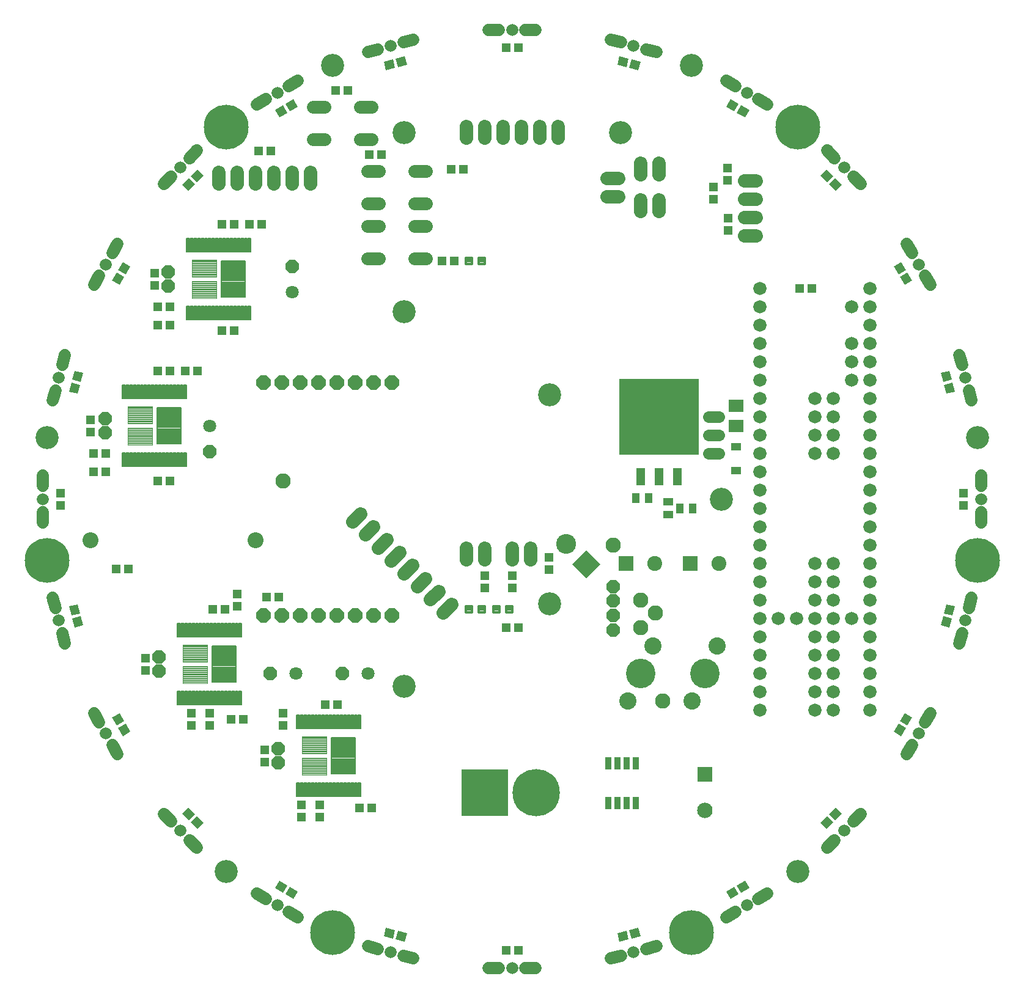
<source format=gbr>
G04 EAGLE Gerber X2 export*
%TF.Part,Single*%
%TF.FileFunction,Soldermask,Top,1*%
%TF.FilePolarity,Negative*%
%TF.GenerationSoftware,Autodesk,EAGLE,8.6.0*%
%TF.CreationDate,2019-04-04T15:37:23Z*%
G75*
%MOMM*%
%FSLAX34Y34*%
%LPD*%
%AMOC8*
5,1,8,0,0,1.08239X$1,22.5*%
G01*
%ADD10C,3.203200*%
%ADD11C,6.203200*%
%ADD12C,2.203200*%
%ADD13P,2.144431X8X202.500000*%
%ADD14C,1.828800*%
%ADD15C,1.662800*%
%ADD16C,1.662800*%
%ADD17R,1.303200X1.203200*%
%ADD18R,1.203200X1.303200*%
%ADD19C,1.828800*%
%ADD20R,0.812800X1.727200*%
%ADD21C,4.083200*%
%ADD22C,2.387600*%
%ADD23C,2.133600*%
%ADD24R,2.133600X2.133600*%
%ADD25R,2.078200X2.078200*%
%ADD26C,2.063200*%
%ADD27R,6.553200X6.553200*%
%ADD28C,6.553200*%
%ADD29C,1.812800*%
%ADD30C,1.612800*%
%ADD31R,1.270000X2.362200*%
%ADD32R,11.003200X10.613200*%
%ADD33R,1.003200X1.403200*%
%ADD34R,2.003200X1.803200*%
%ADD35R,1.403200X1.003200*%
%ADD36R,1.423200X1.113200*%
%ADD37C,0.360959*%
%ADD38C,0.138300*%
%ADD39C,0.124459*%
%ADD40C,0.172659*%
%ADD41C,1.803400*%
%ADD42P,1.951982X8X112.500000*%
%ADD43P,2.034460X8X112.500000*%
%ADD44P,1.951982X8X292.500000*%
%ADD45P,1.951982X8X202.500000*%
%ADD46R,2.753200X2.753200*%
%ADD47C,2.753200*%
%ADD48C,2.108200*%


D10*
X52070Y144780D03*
X52070Y-144780D03*
X248740Y600520D03*
X-248740Y600520D03*
X-644440Y84840D03*
X-395690Y-515680D03*
X395690Y-515680D03*
X644440Y84840D03*
X-150000Y259810D03*
X290000Y0D03*
X-150000Y-259810D03*
D11*
X-395690Y515680D03*
X-248740Y-600522D03*
X248740Y-600522D03*
X395690Y515680D03*
X644440Y-84842D03*
X-644440Y-84842D03*
D10*
X149860Y508000D03*
X-149860Y508000D03*
D12*
X-584200Y-57150D03*
X-355600Y-57150D03*
D13*
X-166370Y161290D03*
X-191770Y161290D03*
X-217170Y161290D03*
X-242570Y161290D03*
X-267970Y161290D03*
X-293370Y161290D03*
X-318770Y161290D03*
X-344170Y161290D03*
X-166370Y-161290D03*
X-191770Y-161290D03*
X-217170Y-161290D03*
X-242570Y-161290D03*
X-267970Y-161290D03*
X-293370Y-161290D03*
X-318770Y-161290D03*
X-344170Y-161290D03*
D14*
X342900Y292100D03*
X495300Y292100D03*
X495300Y266700D03*
X469900Y266700D03*
X495300Y241300D03*
X495300Y215900D03*
X469900Y215900D03*
X469900Y190500D03*
X469900Y165100D03*
X495300Y165100D03*
X495300Y190500D03*
X495300Y139700D03*
X495300Y114300D03*
X495300Y88900D03*
X495300Y38100D03*
X495300Y-12700D03*
X495300Y12700D03*
X342900Y266700D03*
X342900Y241300D03*
X342900Y215900D03*
X342900Y190500D03*
X342900Y165100D03*
X342900Y139700D03*
X342900Y114300D03*
X342900Y88900D03*
X342900Y63500D03*
X342900Y38100D03*
X342900Y12700D03*
X342900Y-12700D03*
X342900Y-38100D03*
X342900Y-63500D03*
X342900Y-88900D03*
X342900Y-114300D03*
X342900Y-139700D03*
X342900Y-165100D03*
X342900Y-190500D03*
X342900Y-215900D03*
X342900Y-241300D03*
X342900Y-266700D03*
X342900Y-292100D03*
X368300Y-165100D03*
X393700Y-165100D03*
X419100Y-165100D03*
X444500Y-165100D03*
X469900Y-165100D03*
X495300Y-292100D03*
X495300Y-266700D03*
X495300Y-241300D03*
X495300Y-215900D03*
X495300Y-190500D03*
X495300Y-165100D03*
X495300Y-139700D03*
X495300Y-114300D03*
X495300Y-88900D03*
X495300Y-63500D03*
X495300Y-38100D03*
X495300Y63500D03*
X444500Y-215900D03*
X444500Y-190500D03*
X444500Y-241300D03*
X444500Y-292100D03*
X444500Y-266700D03*
X419100Y-292100D03*
X419100Y-266700D03*
X419100Y-215900D03*
X419100Y-190500D03*
X419100Y-241300D03*
X444500Y-139700D03*
X419100Y-139700D03*
X419100Y-114300D03*
X444500Y-114300D03*
X444500Y-88900D03*
X419100Y-88900D03*
X444500Y139700D03*
X419100Y139700D03*
X419100Y114300D03*
X444500Y114300D03*
X444500Y88900D03*
X419100Y88900D03*
X419100Y63500D03*
X444500Y63500D03*
D15*
X0Y650000D03*
D16*
X18102Y650000D02*
X32698Y650000D01*
X-18102Y650000D02*
X-32698Y650000D01*
D17*
X-8500Y625000D03*
X8500Y625000D03*
D15*
X168232Y627852D03*
D16*
X185718Y623167D02*
X199816Y619389D01*
X150747Y632537D02*
X136649Y636315D01*
D17*
G36*
X158288Y598407D02*
X145701Y601780D01*
X148816Y613401D01*
X161403Y610028D01*
X158288Y598407D01*
G37*
G36*
X174708Y594007D02*
X162121Y597380D01*
X165236Y609001D01*
X177823Y605628D01*
X174708Y594007D01*
G37*
D15*
X325000Y562917D03*
D16*
X340677Y553866D02*
X353317Y546568D01*
X309323Y571968D02*
X296683Y579266D01*
D17*
G36*
X307774Y537048D02*
X296488Y543564D01*
X302504Y553984D01*
X313790Y547468D01*
X307774Y537048D01*
G37*
G36*
X322496Y528548D02*
X311210Y535064D01*
X317226Y545484D01*
X328512Y538968D01*
X322496Y528548D01*
G37*
D15*
X459619Y459619D03*
D16*
X472419Y446819D02*
X482740Y436498D01*
X446819Y472419D02*
X436498Y482740D01*
D17*
G36*
X436284Y439091D02*
X427070Y448305D01*
X435578Y456813D01*
X444792Y447599D01*
X436284Y439091D01*
G37*
G36*
X448305Y427070D02*
X439091Y436284D01*
X447599Y444792D01*
X456813Y435578D01*
X448305Y427070D01*
G37*
D15*
X562917Y325000D03*
D16*
X571968Y309323D02*
X579266Y296683D01*
X553866Y340677D02*
X546568Y353317D01*
D17*
G36*
X535064Y311210D02*
X528548Y322496D01*
X538968Y328512D01*
X545484Y317226D01*
X535064Y311210D01*
G37*
G36*
X543564Y296488D02*
X537048Y307774D01*
X547468Y313790D01*
X553984Y302504D01*
X543564Y296488D01*
G37*
D15*
X627852Y168232D03*
D16*
X632537Y150747D02*
X636315Y136649D01*
X623167Y185718D02*
X619389Y199816D01*
D17*
G36*
X597380Y162121D02*
X594007Y174708D01*
X605628Y177823D01*
X609001Y165236D01*
X597380Y162121D01*
G37*
G36*
X601780Y145701D02*
X598407Y158288D01*
X610028Y161403D01*
X613401Y148816D01*
X601780Y145701D01*
G37*
D15*
X650000Y0D03*
D16*
X650000Y-18102D02*
X650000Y-32698D01*
X650000Y18102D02*
X650000Y32698D01*
D18*
X625000Y8500D03*
X625000Y-8500D03*
D15*
X627852Y-168232D03*
D16*
X623167Y-185718D02*
X619389Y-199816D01*
X632537Y-150747D02*
X636315Y-136649D01*
D17*
G36*
X598407Y-158288D02*
X601780Y-145701D01*
X613401Y-148816D01*
X610028Y-161403D01*
X598407Y-158288D01*
G37*
G36*
X594007Y-174708D02*
X597380Y-162121D01*
X609001Y-165236D01*
X605628Y-177823D01*
X594007Y-174708D01*
G37*
D15*
X562917Y-325000D03*
D16*
X553866Y-340677D02*
X546568Y-353317D01*
X571968Y-309323D02*
X579266Y-296683D01*
D17*
G36*
X537048Y-307774D02*
X543564Y-296488D01*
X553984Y-302504D01*
X547468Y-313790D01*
X537048Y-307774D01*
G37*
G36*
X528548Y-322496D02*
X535064Y-311210D01*
X545484Y-317226D01*
X538968Y-328512D01*
X528548Y-322496D01*
G37*
D15*
X459619Y-459619D03*
D16*
X446819Y-472419D02*
X436498Y-482740D01*
X472419Y-446819D02*
X482740Y-436498D01*
D17*
G36*
X439091Y-436284D02*
X448305Y-427070D01*
X456813Y-435578D01*
X447599Y-444792D01*
X439091Y-436284D01*
G37*
G36*
X427070Y-448305D02*
X436284Y-439091D01*
X444792Y-447599D01*
X435578Y-456813D01*
X427070Y-448305D01*
G37*
D15*
X325000Y-562917D03*
D16*
X309323Y-571968D02*
X296683Y-579266D01*
X340677Y-553866D02*
X353317Y-546568D01*
D17*
G36*
X311210Y-535064D02*
X322496Y-528548D01*
X328512Y-538968D01*
X317226Y-545484D01*
X311210Y-535064D01*
G37*
G36*
X296488Y-543564D02*
X307774Y-537048D01*
X313790Y-547468D01*
X302504Y-553984D01*
X296488Y-543564D01*
G37*
D15*
X168232Y-627852D03*
D16*
X150747Y-632537D02*
X136649Y-636315D01*
X185718Y-623167D02*
X199816Y-619389D01*
D17*
G36*
X162121Y-597380D02*
X174708Y-594007D01*
X177823Y-605628D01*
X165236Y-609001D01*
X162121Y-597380D01*
G37*
G36*
X145701Y-601780D02*
X158288Y-598407D01*
X161403Y-610028D01*
X148816Y-613401D01*
X145701Y-601780D01*
G37*
D15*
X0Y-650000D03*
D16*
X-18102Y-650000D02*
X-32698Y-650000D01*
X18102Y-650000D02*
X32698Y-650000D01*
D17*
X8500Y-625000D03*
X-8500Y-625000D03*
D15*
X-168232Y-627852D03*
D16*
X-185718Y-623167D02*
X-199816Y-619389D01*
X-150747Y-632537D02*
X-136649Y-636315D01*
D17*
G36*
X-158288Y-598407D02*
X-145701Y-601780D01*
X-148816Y-613401D01*
X-161403Y-610028D01*
X-158288Y-598407D01*
G37*
G36*
X-174708Y-594007D02*
X-162121Y-597380D01*
X-165236Y-609001D01*
X-177823Y-605628D01*
X-174708Y-594007D01*
G37*
D15*
X-325000Y-562917D03*
D16*
X-340677Y-553865D02*
X-353317Y-546568D01*
X-309323Y-571968D02*
X-296683Y-579265D01*
D17*
G36*
X-307774Y-537048D02*
X-296488Y-543564D01*
X-302504Y-553984D01*
X-313790Y-547468D01*
X-307774Y-537048D01*
G37*
G36*
X-322496Y-528548D02*
X-311210Y-535064D01*
X-317226Y-545484D01*
X-328512Y-538968D01*
X-322496Y-528548D01*
G37*
D15*
X-459619Y-459619D03*
D16*
X-472419Y-446819D02*
X-482740Y-436498D01*
X-446819Y-472419D02*
X-436498Y-482740D01*
D17*
G36*
X-436284Y-439091D02*
X-427070Y-448305D01*
X-435578Y-456813D01*
X-444792Y-447599D01*
X-436284Y-439091D01*
G37*
G36*
X-448305Y-427070D02*
X-439091Y-436284D01*
X-447599Y-444792D01*
X-456813Y-435578D01*
X-448305Y-427070D01*
G37*
D15*
X-562917Y-325000D03*
D16*
X-571968Y-309323D02*
X-579265Y-296683D01*
X-553865Y-340677D02*
X-546568Y-353317D01*
D17*
G36*
X-535064Y-311210D02*
X-528548Y-322496D01*
X-538968Y-328512D01*
X-545484Y-317226D01*
X-535064Y-311210D01*
G37*
G36*
X-543564Y-296488D02*
X-537048Y-307774D01*
X-547468Y-313790D01*
X-553984Y-302504D01*
X-543564Y-296488D01*
G37*
D15*
X-627852Y-168232D03*
D16*
X-632537Y-150747D02*
X-636315Y-136649D01*
X-623167Y-185718D02*
X-619389Y-199816D01*
D17*
G36*
X-597380Y-162121D02*
X-594007Y-174708D01*
X-605628Y-177823D01*
X-609001Y-165236D01*
X-597380Y-162121D01*
G37*
G36*
X-601780Y-145701D02*
X-598407Y-158288D01*
X-610028Y-161403D01*
X-613401Y-148816D01*
X-601780Y-145701D01*
G37*
D15*
X-650000Y0D03*
D16*
X-650000Y18102D02*
X-650000Y32698D01*
X-650000Y-18102D02*
X-650000Y-32698D01*
D18*
X-625000Y-8500D03*
X-625000Y8500D03*
D15*
X-627852Y168232D03*
D16*
X-623167Y185718D02*
X-619389Y199816D01*
X-632537Y150747D02*
X-636315Y136649D01*
D17*
G36*
X-598407Y158288D02*
X-601780Y145701D01*
X-613401Y148816D01*
X-610028Y161403D01*
X-598407Y158288D01*
G37*
G36*
X-594007Y174708D02*
X-597380Y162121D01*
X-609001Y165236D01*
X-605628Y177823D01*
X-594007Y174708D01*
G37*
D15*
X-562917Y325000D03*
D16*
X-553866Y340677D02*
X-546568Y353317D01*
X-571968Y309323D02*
X-579266Y296683D01*
D17*
G36*
X-537048Y307774D02*
X-543564Y296488D01*
X-553984Y302504D01*
X-547468Y313790D01*
X-537048Y307774D01*
G37*
G36*
X-528548Y322496D02*
X-535064Y311210D01*
X-545484Y317226D01*
X-538968Y328512D01*
X-528548Y322496D01*
G37*
D15*
X-459619Y459619D03*
D16*
X-446819Y472419D02*
X-436498Y482740D01*
X-472419Y446819D02*
X-482740Y436498D01*
D17*
G36*
X-439091Y436284D02*
X-448305Y427070D01*
X-456813Y435578D01*
X-447599Y444792D01*
X-439091Y436284D01*
G37*
G36*
X-427070Y448305D02*
X-436284Y439091D01*
X-444792Y447599D01*
X-435578Y456813D01*
X-427070Y448305D01*
G37*
D15*
X-325000Y562917D03*
D16*
X-309323Y571968D02*
X-296683Y579265D01*
X-340677Y553865D02*
X-353317Y546568D01*
D17*
G36*
X-311210Y535064D02*
X-322496Y528548D01*
X-328512Y538968D01*
X-317226Y545484D01*
X-311210Y535064D01*
G37*
G36*
X-296488Y543564D02*
X-307774Y537048D01*
X-313790Y547468D01*
X-302504Y553984D01*
X-296488Y543564D01*
G37*
D15*
X-168232Y627852D03*
D16*
X-150747Y632537D02*
X-136649Y636315D01*
X-185718Y623167D02*
X-199816Y619389D01*
D17*
G36*
X-162121Y597380D02*
X-174708Y594007D01*
X-177823Y605628D01*
X-165236Y609001D01*
X-162121Y597380D01*
G37*
G36*
X-145701Y601780D02*
X-158288Y598407D01*
X-161403Y610028D01*
X-148816Y613401D01*
X-145701Y601780D01*
G37*
D19*
X-406400Y452628D02*
X-406400Y436372D01*
X-381000Y436372D02*
X-381000Y452628D01*
X-355600Y452628D02*
X-355600Y436372D01*
X-330200Y436372D02*
X-330200Y452628D01*
X-304800Y452628D02*
X-304800Y436372D01*
X-279400Y436372D02*
X-279400Y452628D01*
D18*
X279028Y432308D03*
X279028Y415308D03*
X298668Y458606D03*
X298668Y441606D03*
D20*
X171450Y-366268D03*
X171450Y-421132D03*
X158750Y-366268D03*
X146050Y-366268D03*
X158750Y-421132D03*
X146050Y-421132D03*
X133350Y-366268D03*
X133350Y-421132D03*
D21*
X177800Y-241300D03*
D22*
X160500Y-279400D03*
X195100Y-203200D03*
D21*
X266700Y-241300D03*
D22*
X249400Y-279400D03*
X284000Y-203200D03*
D23*
X266700Y-431400D03*
D24*
X266700Y-381400D03*
D25*
X158000Y-88900D03*
D26*
X197600Y-88900D03*
D25*
X246900Y-88900D03*
D26*
X286500Y-88900D03*
D27*
X-38100Y-406400D03*
D28*
X33530Y-406400D03*
D17*
X8500Y-177800D03*
X-8500Y-177800D03*
D18*
X50800Y-97400D03*
X50800Y-80400D03*
D19*
X-63500Y499872D02*
X-63500Y516128D01*
X-38100Y516128D02*
X-38100Y499872D01*
X-12700Y499872D02*
X-12700Y516128D01*
X12700Y516128D02*
X12700Y499872D01*
X38100Y499872D02*
X38100Y516128D01*
X63500Y516128D02*
X63500Y499872D01*
X131572Y444500D02*
X147828Y444500D01*
X147828Y419100D02*
X131572Y419100D01*
X203200Y414528D02*
X203200Y398272D01*
X177800Y398272D02*
X177800Y414528D01*
X203200Y449072D02*
X203200Y465328D01*
X177800Y465328D02*
X177800Y449072D01*
D29*
X-119472Y333100D02*
X-135568Y333100D01*
X-184472Y333100D02*
X-200568Y333100D01*
X-135568Y378100D02*
X-119472Y378100D01*
X-184472Y378100D02*
X-200568Y378100D01*
X-200568Y454300D02*
X-184472Y454300D01*
X-135568Y454300D02*
X-119472Y454300D01*
X-184472Y409300D02*
X-200568Y409300D01*
X-135568Y409300D02*
X-119472Y409300D01*
X-259402Y543200D02*
X-275498Y543200D01*
X-210498Y543200D02*
X-194402Y543200D01*
X-259402Y498200D02*
X-275498Y498200D01*
X-210498Y498200D02*
X-194402Y498200D01*
D17*
X-67700Y457200D03*
X-84700Y457200D03*
X-197730Y477520D03*
X-180730Y477520D03*
X-227720Y566420D03*
X-244720Y566420D03*
D19*
X-83791Y-146014D02*
X-95286Y-157509D01*
X-113246Y-139549D02*
X-101751Y-128054D01*
X-119712Y-110093D02*
X-131207Y-121588D01*
X-149167Y-103628D02*
X-137672Y-92133D01*
X-155633Y-74172D02*
X-167128Y-85667D01*
X-185088Y-67707D02*
X-173593Y-56212D01*
X-191554Y-38251D02*
X-203049Y-49746D01*
X-221009Y-31786D02*
X-209514Y-20291D01*
D17*
X-531250Y-96520D03*
X-548250Y-96520D03*
X-351400Y482600D03*
X-334400Y482600D03*
D18*
X299539Y372500D03*
X299539Y389500D03*
D17*
X397900Y292100D03*
X414900Y292100D03*
X-339970Y-135890D03*
X-322970Y-135890D03*
D30*
X272352Y63500D02*
X286448Y63500D01*
X286448Y88900D02*
X272352Y88900D01*
X272352Y114300D02*
X286448Y114300D01*
D31*
X177800Y30988D03*
X203200Y30988D03*
X228600Y30988D03*
D32*
X203200Y114300D03*
D33*
X250300Y-12700D03*
X232300Y-12700D03*
D34*
X309880Y101570D03*
X309880Y129570D03*
D35*
X215900Y-3700D03*
X215900Y-21700D03*
D33*
X189340Y1270D03*
X171340Y1270D03*
D36*
X309880Y72255D03*
X309880Y39505D03*
D37*
X-55359Y-148189D02*
X-55359Y-156611D01*
X-63781Y-156611D01*
X-63781Y-148189D01*
X-55359Y-148189D01*
X-55359Y-153002D02*
X-63781Y-153002D01*
X-63781Y-149393D02*
X-55359Y-149393D01*
X-37819Y-148189D02*
X-37819Y-156611D01*
X-46241Y-156611D01*
X-46241Y-148189D01*
X-37819Y-148189D01*
X-37819Y-153002D02*
X-46241Y-153002D01*
X-46241Y-149393D02*
X-37819Y-149393D01*
X-17259Y-148189D02*
X-17259Y-156611D01*
X-25681Y-156611D01*
X-25681Y-148189D01*
X-17259Y-148189D01*
X-17259Y-153002D02*
X-25681Y-153002D01*
X-25681Y-149393D02*
X-17259Y-149393D01*
X281Y-148189D02*
X281Y-156611D01*
X-8141Y-156611D01*
X-8141Y-148189D01*
X281Y-148189D01*
X281Y-153002D02*
X-8141Y-153002D01*
X-8141Y-149393D02*
X281Y-149393D01*
D18*
X-38100Y-105800D03*
X-38100Y-122800D03*
X0Y-105800D03*
X0Y-122800D03*
D19*
X0Y-84328D02*
X0Y-68072D01*
X25400Y-68072D02*
X25400Y-84328D01*
X-63500Y-84328D02*
X-63500Y-68072D01*
X-38100Y-68072D02*
X-38100Y-84328D01*
X322072Y364490D02*
X338328Y364490D01*
X338328Y389890D02*
X322072Y389890D01*
X322072Y415290D02*
X338328Y415290D01*
X338328Y440690D02*
X322072Y440690D01*
D38*
X-446825Y266925D02*
X-446825Y248375D01*
X-450975Y248375D01*
X-450975Y266925D01*
X-446825Y266925D01*
X-446825Y249757D02*
X-450975Y249757D01*
X-450975Y251139D02*
X-446825Y251139D01*
X-446825Y252521D02*
X-450975Y252521D01*
X-450975Y253903D02*
X-446825Y253903D01*
X-446825Y255285D02*
X-450975Y255285D01*
X-450975Y256667D02*
X-446825Y256667D01*
X-446825Y258049D02*
X-450975Y258049D01*
X-450975Y259431D02*
X-446825Y259431D01*
X-446825Y260813D02*
X-450975Y260813D01*
X-450975Y262195D02*
X-446825Y262195D01*
X-446825Y263577D02*
X-450975Y263577D01*
X-450975Y264959D02*
X-446825Y264959D01*
X-446825Y266341D02*
X-450975Y266341D01*
X-441825Y266925D02*
X-441825Y248375D01*
X-445975Y248375D01*
X-445975Y266925D01*
X-441825Y266925D01*
X-441825Y249757D02*
X-445975Y249757D01*
X-445975Y251139D02*
X-441825Y251139D01*
X-441825Y252521D02*
X-445975Y252521D01*
X-445975Y253903D02*
X-441825Y253903D01*
X-441825Y255285D02*
X-445975Y255285D01*
X-445975Y256667D02*
X-441825Y256667D01*
X-441825Y258049D02*
X-445975Y258049D01*
X-445975Y259431D02*
X-441825Y259431D01*
X-441825Y260813D02*
X-445975Y260813D01*
X-445975Y262195D02*
X-441825Y262195D01*
X-441825Y263577D02*
X-445975Y263577D01*
X-445975Y264959D02*
X-441825Y264959D01*
X-441825Y266341D02*
X-445975Y266341D01*
X-436825Y266925D02*
X-436825Y248375D01*
X-440975Y248375D01*
X-440975Y266925D01*
X-436825Y266925D01*
X-436825Y249757D02*
X-440975Y249757D01*
X-440975Y251139D02*
X-436825Y251139D01*
X-436825Y252521D02*
X-440975Y252521D01*
X-440975Y253903D02*
X-436825Y253903D01*
X-436825Y255285D02*
X-440975Y255285D01*
X-440975Y256667D02*
X-436825Y256667D01*
X-436825Y258049D02*
X-440975Y258049D01*
X-440975Y259431D02*
X-436825Y259431D01*
X-436825Y260813D02*
X-440975Y260813D01*
X-440975Y262195D02*
X-436825Y262195D01*
X-436825Y263577D02*
X-440975Y263577D01*
X-440975Y264959D02*
X-436825Y264959D01*
X-436825Y266341D02*
X-440975Y266341D01*
X-431825Y266925D02*
X-431825Y248375D01*
X-435975Y248375D01*
X-435975Y266925D01*
X-431825Y266925D01*
X-431825Y249757D02*
X-435975Y249757D01*
X-435975Y251139D02*
X-431825Y251139D01*
X-431825Y252521D02*
X-435975Y252521D01*
X-435975Y253903D02*
X-431825Y253903D01*
X-431825Y255285D02*
X-435975Y255285D01*
X-435975Y256667D02*
X-431825Y256667D01*
X-431825Y258049D02*
X-435975Y258049D01*
X-435975Y259431D02*
X-431825Y259431D01*
X-431825Y260813D02*
X-435975Y260813D01*
X-435975Y262195D02*
X-431825Y262195D01*
X-431825Y263577D02*
X-435975Y263577D01*
X-435975Y264959D02*
X-431825Y264959D01*
X-431825Y266341D02*
X-435975Y266341D01*
X-426825Y266925D02*
X-426825Y248375D01*
X-430975Y248375D01*
X-430975Y266925D01*
X-426825Y266925D01*
X-426825Y249757D02*
X-430975Y249757D01*
X-430975Y251139D02*
X-426825Y251139D01*
X-426825Y252521D02*
X-430975Y252521D01*
X-430975Y253903D02*
X-426825Y253903D01*
X-426825Y255285D02*
X-430975Y255285D01*
X-430975Y256667D02*
X-426825Y256667D01*
X-426825Y258049D02*
X-430975Y258049D01*
X-430975Y259431D02*
X-426825Y259431D01*
X-426825Y260813D02*
X-430975Y260813D01*
X-430975Y262195D02*
X-426825Y262195D01*
X-426825Y263577D02*
X-430975Y263577D01*
X-430975Y264959D02*
X-426825Y264959D01*
X-426825Y266341D02*
X-430975Y266341D01*
X-421825Y266925D02*
X-421825Y248375D01*
X-425975Y248375D01*
X-425975Y266925D01*
X-421825Y266925D01*
X-421825Y249757D02*
X-425975Y249757D01*
X-425975Y251139D02*
X-421825Y251139D01*
X-421825Y252521D02*
X-425975Y252521D01*
X-425975Y253903D02*
X-421825Y253903D01*
X-421825Y255285D02*
X-425975Y255285D01*
X-425975Y256667D02*
X-421825Y256667D01*
X-421825Y258049D02*
X-425975Y258049D01*
X-425975Y259431D02*
X-421825Y259431D01*
X-421825Y260813D02*
X-425975Y260813D01*
X-425975Y262195D02*
X-421825Y262195D01*
X-421825Y263577D02*
X-425975Y263577D01*
X-425975Y264959D02*
X-421825Y264959D01*
X-421825Y266341D02*
X-425975Y266341D01*
X-416825Y266925D02*
X-416825Y248375D01*
X-420975Y248375D01*
X-420975Y266925D01*
X-416825Y266925D01*
X-416825Y249757D02*
X-420975Y249757D01*
X-420975Y251139D02*
X-416825Y251139D01*
X-416825Y252521D02*
X-420975Y252521D01*
X-420975Y253903D02*
X-416825Y253903D01*
X-416825Y255285D02*
X-420975Y255285D01*
X-420975Y256667D02*
X-416825Y256667D01*
X-416825Y258049D02*
X-420975Y258049D01*
X-420975Y259431D02*
X-416825Y259431D01*
X-416825Y260813D02*
X-420975Y260813D01*
X-420975Y262195D02*
X-416825Y262195D01*
X-416825Y263577D02*
X-420975Y263577D01*
X-420975Y264959D02*
X-416825Y264959D01*
X-416825Y266341D02*
X-420975Y266341D01*
X-411825Y266925D02*
X-411825Y248375D01*
X-415975Y248375D01*
X-415975Y266925D01*
X-411825Y266925D01*
X-411825Y249757D02*
X-415975Y249757D01*
X-415975Y251139D02*
X-411825Y251139D01*
X-411825Y252521D02*
X-415975Y252521D01*
X-415975Y253903D02*
X-411825Y253903D01*
X-411825Y255285D02*
X-415975Y255285D01*
X-415975Y256667D02*
X-411825Y256667D01*
X-411825Y258049D02*
X-415975Y258049D01*
X-415975Y259431D02*
X-411825Y259431D01*
X-411825Y260813D02*
X-415975Y260813D01*
X-415975Y262195D02*
X-411825Y262195D01*
X-411825Y263577D02*
X-415975Y263577D01*
X-415975Y264959D02*
X-411825Y264959D01*
X-411825Y266341D02*
X-415975Y266341D01*
X-406825Y266925D02*
X-406825Y248375D01*
X-410975Y248375D01*
X-410975Y266925D01*
X-406825Y266925D01*
X-406825Y249757D02*
X-410975Y249757D01*
X-410975Y251139D02*
X-406825Y251139D01*
X-406825Y252521D02*
X-410975Y252521D01*
X-410975Y253903D02*
X-406825Y253903D01*
X-406825Y255285D02*
X-410975Y255285D01*
X-410975Y256667D02*
X-406825Y256667D01*
X-406825Y258049D02*
X-410975Y258049D01*
X-410975Y259431D02*
X-406825Y259431D01*
X-406825Y260813D02*
X-410975Y260813D01*
X-410975Y262195D02*
X-406825Y262195D01*
X-406825Y263577D02*
X-410975Y263577D01*
X-410975Y264959D02*
X-406825Y264959D01*
X-406825Y266341D02*
X-410975Y266341D01*
X-401825Y266925D02*
X-401825Y248375D01*
X-405975Y248375D01*
X-405975Y266925D01*
X-401825Y266925D01*
X-401825Y249757D02*
X-405975Y249757D01*
X-405975Y251139D02*
X-401825Y251139D01*
X-401825Y252521D02*
X-405975Y252521D01*
X-405975Y253903D02*
X-401825Y253903D01*
X-401825Y255285D02*
X-405975Y255285D01*
X-405975Y256667D02*
X-401825Y256667D01*
X-401825Y258049D02*
X-405975Y258049D01*
X-405975Y259431D02*
X-401825Y259431D01*
X-401825Y260813D02*
X-405975Y260813D01*
X-405975Y262195D02*
X-401825Y262195D01*
X-401825Y263577D02*
X-405975Y263577D01*
X-405975Y264959D02*
X-401825Y264959D01*
X-401825Y266341D02*
X-405975Y266341D01*
X-396825Y266925D02*
X-396825Y248375D01*
X-400975Y248375D01*
X-400975Y266925D01*
X-396825Y266925D01*
X-396825Y249757D02*
X-400975Y249757D01*
X-400975Y251139D02*
X-396825Y251139D01*
X-396825Y252521D02*
X-400975Y252521D01*
X-400975Y253903D02*
X-396825Y253903D01*
X-396825Y255285D02*
X-400975Y255285D01*
X-400975Y256667D02*
X-396825Y256667D01*
X-396825Y258049D02*
X-400975Y258049D01*
X-400975Y259431D02*
X-396825Y259431D01*
X-396825Y260813D02*
X-400975Y260813D01*
X-400975Y262195D02*
X-396825Y262195D01*
X-396825Y263577D02*
X-400975Y263577D01*
X-400975Y264959D02*
X-396825Y264959D01*
X-396825Y266341D02*
X-400975Y266341D01*
X-391825Y266925D02*
X-391825Y248375D01*
X-395975Y248375D01*
X-395975Y266925D01*
X-391825Y266925D01*
X-391825Y249757D02*
X-395975Y249757D01*
X-395975Y251139D02*
X-391825Y251139D01*
X-391825Y252521D02*
X-395975Y252521D01*
X-395975Y253903D02*
X-391825Y253903D01*
X-391825Y255285D02*
X-395975Y255285D01*
X-395975Y256667D02*
X-391825Y256667D01*
X-391825Y258049D02*
X-395975Y258049D01*
X-395975Y259431D02*
X-391825Y259431D01*
X-391825Y260813D02*
X-395975Y260813D01*
X-395975Y262195D02*
X-391825Y262195D01*
X-391825Y263577D02*
X-395975Y263577D01*
X-395975Y264959D02*
X-391825Y264959D01*
X-391825Y266341D02*
X-395975Y266341D01*
X-386825Y266925D02*
X-386825Y248375D01*
X-390975Y248375D01*
X-390975Y266925D01*
X-386825Y266925D01*
X-386825Y249757D02*
X-390975Y249757D01*
X-390975Y251139D02*
X-386825Y251139D01*
X-386825Y252521D02*
X-390975Y252521D01*
X-390975Y253903D02*
X-386825Y253903D01*
X-386825Y255285D02*
X-390975Y255285D01*
X-390975Y256667D02*
X-386825Y256667D01*
X-386825Y258049D02*
X-390975Y258049D01*
X-390975Y259431D02*
X-386825Y259431D01*
X-386825Y260813D02*
X-390975Y260813D01*
X-390975Y262195D02*
X-386825Y262195D01*
X-386825Y263577D02*
X-390975Y263577D01*
X-390975Y264959D02*
X-386825Y264959D01*
X-386825Y266341D02*
X-390975Y266341D01*
X-381825Y266925D02*
X-381825Y248375D01*
X-385975Y248375D01*
X-385975Y266925D01*
X-381825Y266925D01*
X-381825Y249757D02*
X-385975Y249757D01*
X-385975Y251139D02*
X-381825Y251139D01*
X-381825Y252521D02*
X-385975Y252521D01*
X-385975Y253903D02*
X-381825Y253903D01*
X-381825Y255285D02*
X-385975Y255285D01*
X-385975Y256667D02*
X-381825Y256667D01*
X-381825Y258049D02*
X-385975Y258049D01*
X-385975Y259431D02*
X-381825Y259431D01*
X-381825Y260813D02*
X-385975Y260813D01*
X-385975Y262195D02*
X-381825Y262195D01*
X-381825Y263577D02*
X-385975Y263577D01*
X-385975Y264959D02*
X-381825Y264959D01*
X-381825Y266341D02*
X-385975Y266341D01*
X-376825Y266925D02*
X-376825Y248375D01*
X-380975Y248375D01*
X-380975Y266925D01*
X-376825Y266925D01*
X-376825Y249757D02*
X-380975Y249757D01*
X-380975Y251139D02*
X-376825Y251139D01*
X-376825Y252521D02*
X-380975Y252521D01*
X-380975Y253903D02*
X-376825Y253903D01*
X-376825Y255285D02*
X-380975Y255285D01*
X-380975Y256667D02*
X-376825Y256667D01*
X-376825Y258049D02*
X-380975Y258049D01*
X-380975Y259431D02*
X-376825Y259431D01*
X-376825Y260813D02*
X-380975Y260813D01*
X-380975Y262195D02*
X-376825Y262195D01*
X-376825Y263577D02*
X-380975Y263577D01*
X-380975Y264959D02*
X-376825Y264959D01*
X-376825Y266341D02*
X-380975Y266341D01*
X-371825Y266925D02*
X-371825Y248375D01*
X-375975Y248375D01*
X-375975Y266925D01*
X-371825Y266925D01*
X-371825Y249757D02*
X-375975Y249757D01*
X-375975Y251139D02*
X-371825Y251139D01*
X-371825Y252521D02*
X-375975Y252521D01*
X-375975Y253903D02*
X-371825Y253903D01*
X-371825Y255285D02*
X-375975Y255285D01*
X-375975Y256667D02*
X-371825Y256667D01*
X-371825Y258049D02*
X-375975Y258049D01*
X-375975Y259431D02*
X-371825Y259431D01*
X-371825Y260813D02*
X-375975Y260813D01*
X-375975Y262195D02*
X-371825Y262195D01*
X-371825Y263577D02*
X-375975Y263577D01*
X-375975Y264959D02*
X-371825Y264959D01*
X-371825Y266341D02*
X-375975Y266341D01*
X-366825Y266925D02*
X-366825Y248375D01*
X-370975Y248375D01*
X-370975Y266925D01*
X-366825Y266925D01*
X-366825Y249757D02*
X-370975Y249757D01*
X-370975Y251139D02*
X-366825Y251139D01*
X-366825Y252521D02*
X-370975Y252521D01*
X-370975Y253903D02*
X-366825Y253903D01*
X-366825Y255285D02*
X-370975Y255285D01*
X-370975Y256667D02*
X-366825Y256667D01*
X-366825Y258049D02*
X-370975Y258049D01*
X-370975Y259431D02*
X-366825Y259431D01*
X-366825Y260813D02*
X-370975Y260813D01*
X-370975Y262195D02*
X-366825Y262195D01*
X-366825Y263577D02*
X-370975Y263577D01*
X-370975Y264959D02*
X-366825Y264959D01*
X-366825Y266341D02*
X-370975Y266341D01*
X-361825Y266925D02*
X-361825Y248375D01*
X-365975Y248375D01*
X-365975Y266925D01*
X-361825Y266925D01*
X-361825Y249757D02*
X-365975Y249757D01*
X-365975Y251139D02*
X-361825Y251139D01*
X-361825Y252521D02*
X-365975Y252521D01*
X-365975Y253903D02*
X-361825Y253903D01*
X-361825Y255285D02*
X-365975Y255285D01*
X-365975Y256667D02*
X-361825Y256667D01*
X-361825Y258049D02*
X-365975Y258049D01*
X-365975Y259431D02*
X-361825Y259431D01*
X-361825Y260813D02*
X-365975Y260813D01*
X-365975Y262195D02*
X-361825Y262195D01*
X-361825Y263577D02*
X-365975Y263577D01*
X-365975Y264959D02*
X-361825Y264959D01*
X-361825Y266341D02*
X-365975Y266341D01*
X-361825Y342675D02*
X-361825Y361225D01*
X-361825Y342675D02*
X-365975Y342675D01*
X-365975Y361225D01*
X-361825Y361225D01*
X-361825Y344057D02*
X-365975Y344057D01*
X-365975Y345439D02*
X-361825Y345439D01*
X-361825Y346821D02*
X-365975Y346821D01*
X-365975Y348203D02*
X-361825Y348203D01*
X-361825Y349585D02*
X-365975Y349585D01*
X-365975Y350967D02*
X-361825Y350967D01*
X-361825Y352349D02*
X-365975Y352349D01*
X-365975Y353731D02*
X-361825Y353731D01*
X-361825Y355113D02*
X-365975Y355113D01*
X-365975Y356495D02*
X-361825Y356495D01*
X-361825Y357877D02*
X-365975Y357877D01*
X-365975Y359259D02*
X-361825Y359259D01*
X-361825Y360641D02*
X-365975Y360641D01*
X-366825Y361225D02*
X-366825Y342675D01*
X-370975Y342675D01*
X-370975Y361225D01*
X-366825Y361225D01*
X-366825Y344057D02*
X-370975Y344057D01*
X-370975Y345439D02*
X-366825Y345439D01*
X-366825Y346821D02*
X-370975Y346821D01*
X-370975Y348203D02*
X-366825Y348203D01*
X-366825Y349585D02*
X-370975Y349585D01*
X-370975Y350967D02*
X-366825Y350967D01*
X-366825Y352349D02*
X-370975Y352349D01*
X-370975Y353731D02*
X-366825Y353731D01*
X-366825Y355113D02*
X-370975Y355113D01*
X-370975Y356495D02*
X-366825Y356495D01*
X-366825Y357877D02*
X-370975Y357877D01*
X-370975Y359259D02*
X-366825Y359259D01*
X-366825Y360641D02*
X-370975Y360641D01*
X-371825Y361225D02*
X-371825Y342675D01*
X-375975Y342675D01*
X-375975Y361225D01*
X-371825Y361225D01*
X-371825Y344057D02*
X-375975Y344057D01*
X-375975Y345439D02*
X-371825Y345439D01*
X-371825Y346821D02*
X-375975Y346821D01*
X-375975Y348203D02*
X-371825Y348203D01*
X-371825Y349585D02*
X-375975Y349585D01*
X-375975Y350967D02*
X-371825Y350967D01*
X-371825Y352349D02*
X-375975Y352349D01*
X-375975Y353731D02*
X-371825Y353731D01*
X-371825Y355113D02*
X-375975Y355113D01*
X-375975Y356495D02*
X-371825Y356495D01*
X-371825Y357877D02*
X-375975Y357877D01*
X-375975Y359259D02*
X-371825Y359259D01*
X-371825Y360641D02*
X-375975Y360641D01*
X-376825Y361225D02*
X-376825Y342675D01*
X-380975Y342675D01*
X-380975Y361225D01*
X-376825Y361225D01*
X-376825Y344057D02*
X-380975Y344057D01*
X-380975Y345439D02*
X-376825Y345439D01*
X-376825Y346821D02*
X-380975Y346821D01*
X-380975Y348203D02*
X-376825Y348203D01*
X-376825Y349585D02*
X-380975Y349585D01*
X-380975Y350967D02*
X-376825Y350967D01*
X-376825Y352349D02*
X-380975Y352349D01*
X-380975Y353731D02*
X-376825Y353731D01*
X-376825Y355113D02*
X-380975Y355113D01*
X-380975Y356495D02*
X-376825Y356495D01*
X-376825Y357877D02*
X-380975Y357877D01*
X-380975Y359259D02*
X-376825Y359259D01*
X-376825Y360641D02*
X-380975Y360641D01*
X-381825Y361225D02*
X-381825Y342675D01*
X-385975Y342675D01*
X-385975Y361225D01*
X-381825Y361225D01*
X-381825Y344057D02*
X-385975Y344057D01*
X-385975Y345439D02*
X-381825Y345439D01*
X-381825Y346821D02*
X-385975Y346821D01*
X-385975Y348203D02*
X-381825Y348203D01*
X-381825Y349585D02*
X-385975Y349585D01*
X-385975Y350967D02*
X-381825Y350967D01*
X-381825Y352349D02*
X-385975Y352349D01*
X-385975Y353731D02*
X-381825Y353731D01*
X-381825Y355113D02*
X-385975Y355113D01*
X-385975Y356495D02*
X-381825Y356495D01*
X-381825Y357877D02*
X-385975Y357877D01*
X-385975Y359259D02*
X-381825Y359259D01*
X-381825Y360641D02*
X-385975Y360641D01*
X-386825Y361225D02*
X-386825Y342675D01*
X-390975Y342675D01*
X-390975Y361225D01*
X-386825Y361225D01*
X-386825Y344057D02*
X-390975Y344057D01*
X-390975Y345439D02*
X-386825Y345439D01*
X-386825Y346821D02*
X-390975Y346821D01*
X-390975Y348203D02*
X-386825Y348203D01*
X-386825Y349585D02*
X-390975Y349585D01*
X-390975Y350967D02*
X-386825Y350967D01*
X-386825Y352349D02*
X-390975Y352349D01*
X-390975Y353731D02*
X-386825Y353731D01*
X-386825Y355113D02*
X-390975Y355113D01*
X-390975Y356495D02*
X-386825Y356495D01*
X-386825Y357877D02*
X-390975Y357877D01*
X-390975Y359259D02*
X-386825Y359259D01*
X-386825Y360641D02*
X-390975Y360641D01*
X-391825Y361225D02*
X-391825Y342675D01*
X-395975Y342675D01*
X-395975Y361225D01*
X-391825Y361225D01*
X-391825Y344057D02*
X-395975Y344057D01*
X-395975Y345439D02*
X-391825Y345439D01*
X-391825Y346821D02*
X-395975Y346821D01*
X-395975Y348203D02*
X-391825Y348203D01*
X-391825Y349585D02*
X-395975Y349585D01*
X-395975Y350967D02*
X-391825Y350967D01*
X-391825Y352349D02*
X-395975Y352349D01*
X-395975Y353731D02*
X-391825Y353731D01*
X-391825Y355113D02*
X-395975Y355113D01*
X-395975Y356495D02*
X-391825Y356495D01*
X-391825Y357877D02*
X-395975Y357877D01*
X-395975Y359259D02*
X-391825Y359259D01*
X-391825Y360641D02*
X-395975Y360641D01*
X-396825Y361225D02*
X-396825Y342675D01*
X-400975Y342675D01*
X-400975Y361225D01*
X-396825Y361225D01*
X-396825Y344057D02*
X-400975Y344057D01*
X-400975Y345439D02*
X-396825Y345439D01*
X-396825Y346821D02*
X-400975Y346821D01*
X-400975Y348203D02*
X-396825Y348203D01*
X-396825Y349585D02*
X-400975Y349585D01*
X-400975Y350967D02*
X-396825Y350967D01*
X-396825Y352349D02*
X-400975Y352349D01*
X-400975Y353731D02*
X-396825Y353731D01*
X-396825Y355113D02*
X-400975Y355113D01*
X-400975Y356495D02*
X-396825Y356495D01*
X-396825Y357877D02*
X-400975Y357877D01*
X-400975Y359259D02*
X-396825Y359259D01*
X-396825Y360641D02*
X-400975Y360641D01*
X-401825Y361225D02*
X-401825Y342675D01*
X-405975Y342675D01*
X-405975Y361225D01*
X-401825Y361225D01*
X-401825Y344057D02*
X-405975Y344057D01*
X-405975Y345439D02*
X-401825Y345439D01*
X-401825Y346821D02*
X-405975Y346821D01*
X-405975Y348203D02*
X-401825Y348203D01*
X-401825Y349585D02*
X-405975Y349585D01*
X-405975Y350967D02*
X-401825Y350967D01*
X-401825Y352349D02*
X-405975Y352349D01*
X-405975Y353731D02*
X-401825Y353731D01*
X-401825Y355113D02*
X-405975Y355113D01*
X-405975Y356495D02*
X-401825Y356495D01*
X-401825Y357877D02*
X-405975Y357877D01*
X-405975Y359259D02*
X-401825Y359259D01*
X-401825Y360641D02*
X-405975Y360641D01*
X-406825Y361225D02*
X-406825Y342675D01*
X-410975Y342675D01*
X-410975Y361225D01*
X-406825Y361225D01*
X-406825Y344057D02*
X-410975Y344057D01*
X-410975Y345439D02*
X-406825Y345439D01*
X-406825Y346821D02*
X-410975Y346821D01*
X-410975Y348203D02*
X-406825Y348203D01*
X-406825Y349585D02*
X-410975Y349585D01*
X-410975Y350967D02*
X-406825Y350967D01*
X-406825Y352349D02*
X-410975Y352349D01*
X-410975Y353731D02*
X-406825Y353731D01*
X-406825Y355113D02*
X-410975Y355113D01*
X-410975Y356495D02*
X-406825Y356495D01*
X-406825Y357877D02*
X-410975Y357877D01*
X-410975Y359259D02*
X-406825Y359259D01*
X-406825Y360641D02*
X-410975Y360641D01*
X-411825Y361225D02*
X-411825Y342675D01*
X-415975Y342675D01*
X-415975Y361225D01*
X-411825Y361225D01*
X-411825Y344057D02*
X-415975Y344057D01*
X-415975Y345439D02*
X-411825Y345439D01*
X-411825Y346821D02*
X-415975Y346821D01*
X-415975Y348203D02*
X-411825Y348203D01*
X-411825Y349585D02*
X-415975Y349585D01*
X-415975Y350967D02*
X-411825Y350967D01*
X-411825Y352349D02*
X-415975Y352349D01*
X-415975Y353731D02*
X-411825Y353731D01*
X-411825Y355113D02*
X-415975Y355113D01*
X-415975Y356495D02*
X-411825Y356495D01*
X-411825Y357877D02*
X-415975Y357877D01*
X-415975Y359259D02*
X-411825Y359259D01*
X-411825Y360641D02*
X-415975Y360641D01*
X-416825Y361225D02*
X-416825Y342675D01*
X-420975Y342675D01*
X-420975Y361225D01*
X-416825Y361225D01*
X-416825Y344057D02*
X-420975Y344057D01*
X-420975Y345439D02*
X-416825Y345439D01*
X-416825Y346821D02*
X-420975Y346821D01*
X-420975Y348203D02*
X-416825Y348203D01*
X-416825Y349585D02*
X-420975Y349585D01*
X-420975Y350967D02*
X-416825Y350967D01*
X-416825Y352349D02*
X-420975Y352349D01*
X-420975Y353731D02*
X-416825Y353731D01*
X-416825Y355113D02*
X-420975Y355113D01*
X-420975Y356495D02*
X-416825Y356495D01*
X-416825Y357877D02*
X-420975Y357877D01*
X-420975Y359259D02*
X-416825Y359259D01*
X-416825Y360641D02*
X-420975Y360641D01*
X-421825Y361225D02*
X-421825Y342675D01*
X-425975Y342675D01*
X-425975Y361225D01*
X-421825Y361225D01*
X-421825Y344057D02*
X-425975Y344057D01*
X-425975Y345439D02*
X-421825Y345439D01*
X-421825Y346821D02*
X-425975Y346821D01*
X-425975Y348203D02*
X-421825Y348203D01*
X-421825Y349585D02*
X-425975Y349585D01*
X-425975Y350967D02*
X-421825Y350967D01*
X-421825Y352349D02*
X-425975Y352349D01*
X-425975Y353731D02*
X-421825Y353731D01*
X-421825Y355113D02*
X-425975Y355113D01*
X-425975Y356495D02*
X-421825Y356495D01*
X-421825Y357877D02*
X-425975Y357877D01*
X-425975Y359259D02*
X-421825Y359259D01*
X-421825Y360641D02*
X-425975Y360641D01*
X-426825Y361225D02*
X-426825Y342675D01*
X-430975Y342675D01*
X-430975Y361225D01*
X-426825Y361225D01*
X-426825Y344057D02*
X-430975Y344057D01*
X-430975Y345439D02*
X-426825Y345439D01*
X-426825Y346821D02*
X-430975Y346821D01*
X-430975Y348203D02*
X-426825Y348203D01*
X-426825Y349585D02*
X-430975Y349585D01*
X-430975Y350967D02*
X-426825Y350967D01*
X-426825Y352349D02*
X-430975Y352349D01*
X-430975Y353731D02*
X-426825Y353731D01*
X-426825Y355113D02*
X-430975Y355113D01*
X-430975Y356495D02*
X-426825Y356495D01*
X-426825Y357877D02*
X-430975Y357877D01*
X-430975Y359259D02*
X-426825Y359259D01*
X-426825Y360641D02*
X-430975Y360641D01*
X-431825Y361225D02*
X-431825Y342675D01*
X-435975Y342675D01*
X-435975Y361225D01*
X-431825Y361225D01*
X-431825Y344057D02*
X-435975Y344057D01*
X-435975Y345439D02*
X-431825Y345439D01*
X-431825Y346821D02*
X-435975Y346821D01*
X-435975Y348203D02*
X-431825Y348203D01*
X-431825Y349585D02*
X-435975Y349585D01*
X-435975Y350967D02*
X-431825Y350967D01*
X-431825Y352349D02*
X-435975Y352349D01*
X-435975Y353731D02*
X-431825Y353731D01*
X-431825Y355113D02*
X-435975Y355113D01*
X-435975Y356495D02*
X-431825Y356495D01*
X-431825Y357877D02*
X-435975Y357877D01*
X-435975Y359259D02*
X-431825Y359259D01*
X-431825Y360641D02*
X-435975Y360641D01*
X-436825Y361225D02*
X-436825Y342675D01*
X-440975Y342675D01*
X-440975Y361225D01*
X-436825Y361225D01*
X-436825Y344057D02*
X-440975Y344057D01*
X-440975Y345439D02*
X-436825Y345439D01*
X-436825Y346821D02*
X-440975Y346821D01*
X-440975Y348203D02*
X-436825Y348203D01*
X-436825Y349585D02*
X-440975Y349585D01*
X-440975Y350967D02*
X-436825Y350967D01*
X-436825Y352349D02*
X-440975Y352349D01*
X-440975Y353731D02*
X-436825Y353731D01*
X-436825Y355113D02*
X-440975Y355113D01*
X-440975Y356495D02*
X-436825Y356495D01*
X-436825Y357877D02*
X-440975Y357877D01*
X-440975Y359259D02*
X-436825Y359259D01*
X-436825Y360641D02*
X-440975Y360641D01*
X-441825Y361225D02*
X-441825Y342675D01*
X-445975Y342675D01*
X-445975Y361225D01*
X-441825Y361225D01*
X-441825Y344057D02*
X-445975Y344057D01*
X-445975Y345439D02*
X-441825Y345439D01*
X-441825Y346821D02*
X-445975Y346821D01*
X-445975Y348203D02*
X-441825Y348203D01*
X-441825Y349585D02*
X-445975Y349585D01*
X-445975Y350967D02*
X-441825Y350967D01*
X-441825Y352349D02*
X-445975Y352349D01*
X-445975Y353731D02*
X-441825Y353731D01*
X-441825Y355113D02*
X-445975Y355113D01*
X-445975Y356495D02*
X-441825Y356495D01*
X-441825Y357877D02*
X-445975Y357877D01*
X-445975Y359259D02*
X-441825Y359259D01*
X-441825Y360641D02*
X-445975Y360641D01*
X-446825Y361225D02*
X-446825Y342675D01*
X-450975Y342675D01*
X-450975Y361225D01*
X-446825Y361225D01*
X-446825Y344057D02*
X-450975Y344057D01*
X-450975Y345439D02*
X-446825Y345439D01*
X-446825Y346821D02*
X-450975Y346821D01*
X-450975Y348203D02*
X-446825Y348203D01*
X-446825Y349585D02*
X-450975Y349585D01*
X-450975Y350967D02*
X-446825Y350967D01*
X-446825Y352349D02*
X-450975Y352349D01*
X-450975Y353731D02*
X-446825Y353731D01*
X-446825Y355113D02*
X-450975Y355113D01*
X-450975Y356495D02*
X-446825Y356495D01*
X-446825Y357877D02*
X-450975Y357877D01*
X-450975Y359259D02*
X-446825Y359259D01*
X-446825Y360641D02*
X-450975Y360641D01*
D39*
X-409746Y331124D02*
X-409746Y307476D01*
X-443554Y307476D01*
X-443554Y331124D01*
X-409746Y331124D01*
X-409746Y308720D02*
X-443554Y308720D01*
X-443554Y309964D02*
X-409746Y309964D01*
X-409746Y311208D02*
X-443554Y311208D01*
X-443554Y312452D02*
X-409746Y312452D01*
X-409746Y313696D02*
X-443554Y313696D01*
X-443554Y314940D02*
X-409746Y314940D01*
X-409746Y316184D02*
X-443554Y316184D01*
X-443554Y317428D02*
X-409746Y317428D01*
X-409746Y318672D02*
X-443554Y318672D01*
X-443554Y319916D02*
X-409746Y319916D01*
X-409746Y321160D02*
X-443554Y321160D01*
X-443554Y322404D02*
X-409746Y322404D01*
X-409746Y323648D02*
X-443554Y323648D01*
X-443554Y324892D02*
X-409746Y324892D01*
X-409746Y326136D02*
X-443554Y326136D01*
X-443554Y327380D02*
X-409746Y327380D01*
X-409746Y328624D02*
X-443554Y328624D01*
X-443554Y329868D02*
X-409746Y329868D01*
X-409746Y331112D02*
X-443554Y331112D01*
X-409746Y302124D02*
X-409746Y278476D01*
X-443554Y278476D01*
X-443554Y302124D01*
X-409746Y302124D01*
X-409746Y279720D02*
X-443554Y279720D01*
X-443554Y280964D02*
X-409746Y280964D01*
X-409746Y282208D02*
X-443554Y282208D01*
X-443554Y283452D02*
X-409746Y283452D01*
X-409746Y284696D02*
X-443554Y284696D01*
X-443554Y285940D02*
X-409746Y285940D01*
X-409746Y287184D02*
X-443554Y287184D01*
X-443554Y288428D02*
X-409746Y288428D01*
X-409746Y289672D02*
X-443554Y289672D01*
X-443554Y290916D02*
X-409746Y290916D01*
X-409746Y292160D02*
X-443554Y292160D01*
X-443554Y293404D02*
X-409746Y293404D01*
X-409746Y294648D02*
X-443554Y294648D01*
X-443554Y295892D02*
X-409746Y295892D01*
X-409746Y297136D02*
X-443554Y297136D01*
X-443554Y298380D02*
X-409746Y298380D01*
X-409746Y299624D02*
X-443554Y299624D01*
X-443554Y300868D02*
X-409746Y300868D01*
X-409746Y302112D02*
X-443554Y302112D01*
D40*
X-369747Y279897D02*
X-369747Y329703D01*
X-369747Y279897D02*
X-402553Y279897D01*
X-402553Y329703D01*
X-369747Y329703D01*
X-369747Y281623D02*
X-402553Y281623D01*
X-402553Y283349D02*
X-369747Y283349D01*
X-369747Y285075D02*
X-402553Y285075D01*
X-402553Y286801D02*
X-369747Y286801D01*
X-369747Y288527D02*
X-402553Y288527D01*
X-402553Y290253D02*
X-369747Y290253D01*
X-369747Y291979D02*
X-402553Y291979D01*
X-402553Y293705D02*
X-369747Y293705D01*
X-369747Y295431D02*
X-402553Y295431D01*
X-402553Y297157D02*
X-369747Y297157D01*
X-369747Y298883D02*
X-402553Y298883D01*
X-402553Y300609D02*
X-369747Y300609D01*
X-369747Y302335D02*
X-402553Y302335D01*
X-402553Y304061D02*
X-369747Y304061D01*
X-369747Y305787D02*
X-402553Y305787D01*
X-402553Y307513D02*
X-369747Y307513D01*
X-369747Y309239D02*
X-402553Y309239D01*
X-402553Y310965D02*
X-369747Y310965D01*
X-369747Y312691D02*
X-402553Y312691D01*
X-402553Y314417D02*
X-369747Y314417D01*
X-369747Y316143D02*
X-402553Y316143D01*
X-402553Y317869D02*
X-369747Y317869D01*
X-369747Y319595D02*
X-402553Y319595D01*
X-402553Y321321D02*
X-369747Y321321D01*
X-369747Y323047D02*
X-402553Y323047D01*
X-402553Y324773D02*
X-369747Y324773D01*
X-369747Y326499D02*
X-402553Y326499D01*
X-402553Y328225D02*
X-369747Y328225D01*
D17*
X-402200Y233680D03*
X-385200Y233680D03*
X-402200Y381000D03*
X-385200Y381000D03*
X-491100Y241300D03*
X-474100Y241300D03*
X-474100Y266700D03*
X-491100Y266700D03*
X-364100Y381000D03*
X-347100Y381000D03*
D18*
X-495300Y296300D03*
X-495300Y313300D03*
D41*
X-304800Y287020D03*
D42*
X-304800Y322580D03*
D43*
X-476250Y294800D03*
X-476250Y314800D03*
D38*
X-535725Y63725D02*
X-535725Y45175D01*
X-539875Y45175D01*
X-539875Y63725D01*
X-535725Y63725D01*
X-535725Y46557D02*
X-539875Y46557D01*
X-539875Y47939D02*
X-535725Y47939D01*
X-535725Y49321D02*
X-539875Y49321D01*
X-539875Y50703D02*
X-535725Y50703D01*
X-535725Y52085D02*
X-539875Y52085D01*
X-539875Y53467D02*
X-535725Y53467D01*
X-535725Y54849D02*
X-539875Y54849D01*
X-539875Y56231D02*
X-535725Y56231D01*
X-535725Y57613D02*
X-539875Y57613D01*
X-539875Y58995D02*
X-535725Y58995D01*
X-535725Y60377D02*
X-539875Y60377D01*
X-539875Y61759D02*
X-535725Y61759D01*
X-535725Y63141D02*
X-539875Y63141D01*
X-530725Y63725D02*
X-530725Y45175D01*
X-534875Y45175D01*
X-534875Y63725D01*
X-530725Y63725D01*
X-530725Y46557D02*
X-534875Y46557D01*
X-534875Y47939D02*
X-530725Y47939D01*
X-530725Y49321D02*
X-534875Y49321D01*
X-534875Y50703D02*
X-530725Y50703D01*
X-530725Y52085D02*
X-534875Y52085D01*
X-534875Y53467D02*
X-530725Y53467D01*
X-530725Y54849D02*
X-534875Y54849D01*
X-534875Y56231D02*
X-530725Y56231D01*
X-530725Y57613D02*
X-534875Y57613D01*
X-534875Y58995D02*
X-530725Y58995D01*
X-530725Y60377D02*
X-534875Y60377D01*
X-534875Y61759D02*
X-530725Y61759D01*
X-530725Y63141D02*
X-534875Y63141D01*
X-525725Y63725D02*
X-525725Y45175D01*
X-529875Y45175D01*
X-529875Y63725D01*
X-525725Y63725D01*
X-525725Y46557D02*
X-529875Y46557D01*
X-529875Y47939D02*
X-525725Y47939D01*
X-525725Y49321D02*
X-529875Y49321D01*
X-529875Y50703D02*
X-525725Y50703D01*
X-525725Y52085D02*
X-529875Y52085D01*
X-529875Y53467D02*
X-525725Y53467D01*
X-525725Y54849D02*
X-529875Y54849D01*
X-529875Y56231D02*
X-525725Y56231D01*
X-525725Y57613D02*
X-529875Y57613D01*
X-529875Y58995D02*
X-525725Y58995D01*
X-525725Y60377D02*
X-529875Y60377D01*
X-529875Y61759D02*
X-525725Y61759D01*
X-525725Y63141D02*
X-529875Y63141D01*
X-520725Y63725D02*
X-520725Y45175D01*
X-524875Y45175D01*
X-524875Y63725D01*
X-520725Y63725D01*
X-520725Y46557D02*
X-524875Y46557D01*
X-524875Y47939D02*
X-520725Y47939D01*
X-520725Y49321D02*
X-524875Y49321D01*
X-524875Y50703D02*
X-520725Y50703D01*
X-520725Y52085D02*
X-524875Y52085D01*
X-524875Y53467D02*
X-520725Y53467D01*
X-520725Y54849D02*
X-524875Y54849D01*
X-524875Y56231D02*
X-520725Y56231D01*
X-520725Y57613D02*
X-524875Y57613D01*
X-524875Y58995D02*
X-520725Y58995D01*
X-520725Y60377D02*
X-524875Y60377D01*
X-524875Y61759D02*
X-520725Y61759D01*
X-520725Y63141D02*
X-524875Y63141D01*
X-515725Y63725D02*
X-515725Y45175D01*
X-519875Y45175D01*
X-519875Y63725D01*
X-515725Y63725D01*
X-515725Y46557D02*
X-519875Y46557D01*
X-519875Y47939D02*
X-515725Y47939D01*
X-515725Y49321D02*
X-519875Y49321D01*
X-519875Y50703D02*
X-515725Y50703D01*
X-515725Y52085D02*
X-519875Y52085D01*
X-519875Y53467D02*
X-515725Y53467D01*
X-515725Y54849D02*
X-519875Y54849D01*
X-519875Y56231D02*
X-515725Y56231D01*
X-515725Y57613D02*
X-519875Y57613D01*
X-519875Y58995D02*
X-515725Y58995D01*
X-515725Y60377D02*
X-519875Y60377D01*
X-519875Y61759D02*
X-515725Y61759D01*
X-515725Y63141D02*
X-519875Y63141D01*
X-510725Y63725D02*
X-510725Y45175D01*
X-514875Y45175D01*
X-514875Y63725D01*
X-510725Y63725D01*
X-510725Y46557D02*
X-514875Y46557D01*
X-514875Y47939D02*
X-510725Y47939D01*
X-510725Y49321D02*
X-514875Y49321D01*
X-514875Y50703D02*
X-510725Y50703D01*
X-510725Y52085D02*
X-514875Y52085D01*
X-514875Y53467D02*
X-510725Y53467D01*
X-510725Y54849D02*
X-514875Y54849D01*
X-514875Y56231D02*
X-510725Y56231D01*
X-510725Y57613D02*
X-514875Y57613D01*
X-514875Y58995D02*
X-510725Y58995D01*
X-510725Y60377D02*
X-514875Y60377D01*
X-514875Y61759D02*
X-510725Y61759D01*
X-510725Y63141D02*
X-514875Y63141D01*
X-505725Y63725D02*
X-505725Y45175D01*
X-509875Y45175D01*
X-509875Y63725D01*
X-505725Y63725D01*
X-505725Y46557D02*
X-509875Y46557D01*
X-509875Y47939D02*
X-505725Y47939D01*
X-505725Y49321D02*
X-509875Y49321D01*
X-509875Y50703D02*
X-505725Y50703D01*
X-505725Y52085D02*
X-509875Y52085D01*
X-509875Y53467D02*
X-505725Y53467D01*
X-505725Y54849D02*
X-509875Y54849D01*
X-509875Y56231D02*
X-505725Y56231D01*
X-505725Y57613D02*
X-509875Y57613D01*
X-509875Y58995D02*
X-505725Y58995D01*
X-505725Y60377D02*
X-509875Y60377D01*
X-509875Y61759D02*
X-505725Y61759D01*
X-505725Y63141D02*
X-509875Y63141D01*
X-500725Y63725D02*
X-500725Y45175D01*
X-504875Y45175D01*
X-504875Y63725D01*
X-500725Y63725D01*
X-500725Y46557D02*
X-504875Y46557D01*
X-504875Y47939D02*
X-500725Y47939D01*
X-500725Y49321D02*
X-504875Y49321D01*
X-504875Y50703D02*
X-500725Y50703D01*
X-500725Y52085D02*
X-504875Y52085D01*
X-504875Y53467D02*
X-500725Y53467D01*
X-500725Y54849D02*
X-504875Y54849D01*
X-504875Y56231D02*
X-500725Y56231D01*
X-500725Y57613D02*
X-504875Y57613D01*
X-504875Y58995D02*
X-500725Y58995D01*
X-500725Y60377D02*
X-504875Y60377D01*
X-504875Y61759D02*
X-500725Y61759D01*
X-500725Y63141D02*
X-504875Y63141D01*
X-495725Y63725D02*
X-495725Y45175D01*
X-499875Y45175D01*
X-499875Y63725D01*
X-495725Y63725D01*
X-495725Y46557D02*
X-499875Y46557D01*
X-499875Y47939D02*
X-495725Y47939D01*
X-495725Y49321D02*
X-499875Y49321D01*
X-499875Y50703D02*
X-495725Y50703D01*
X-495725Y52085D02*
X-499875Y52085D01*
X-499875Y53467D02*
X-495725Y53467D01*
X-495725Y54849D02*
X-499875Y54849D01*
X-499875Y56231D02*
X-495725Y56231D01*
X-495725Y57613D02*
X-499875Y57613D01*
X-499875Y58995D02*
X-495725Y58995D01*
X-495725Y60377D02*
X-499875Y60377D01*
X-499875Y61759D02*
X-495725Y61759D01*
X-495725Y63141D02*
X-499875Y63141D01*
X-490725Y63725D02*
X-490725Y45175D01*
X-494875Y45175D01*
X-494875Y63725D01*
X-490725Y63725D01*
X-490725Y46557D02*
X-494875Y46557D01*
X-494875Y47939D02*
X-490725Y47939D01*
X-490725Y49321D02*
X-494875Y49321D01*
X-494875Y50703D02*
X-490725Y50703D01*
X-490725Y52085D02*
X-494875Y52085D01*
X-494875Y53467D02*
X-490725Y53467D01*
X-490725Y54849D02*
X-494875Y54849D01*
X-494875Y56231D02*
X-490725Y56231D01*
X-490725Y57613D02*
X-494875Y57613D01*
X-494875Y58995D02*
X-490725Y58995D01*
X-490725Y60377D02*
X-494875Y60377D01*
X-494875Y61759D02*
X-490725Y61759D01*
X-490725Y63141D02*
X-494875Y63141D01*
X-485725Y63725D02*
X-485725Y45175D01*
X-489875Y45175D01*
X-489875Y63725D01*
X-485725Y63725D01*
X-485725Y46557D02*
X-489875Y46557D01*
X-489875Y47939D02*
X-485725Y47939D01*
X-485725Y49321D02*
X-489875Y49321D01*
X-489875Y50703D02*
X-485725Y50703D01*
X-485725Y52085D02*
X-489875Y52085D01*
X-489875Y53467D02*
X-485725Y53467D01*
X-485725Y54849D02*
X-489875Y54849D01*
X-489875Y56231D02*
X-485725Y56231D01*
X-485725Y57613D02*
X-489875Y57613D01*
X-489875Y58995D02*
X-485725Y58995D01*
X-485725Y60377D02*
X-489875Y60377D01*
X-489875Y61759D02*
X-485725Y61759D01*
X-485725Y63141D02*
X-489875Y63141D01*
X-480725Y63725D02*
X-480725Y45175D01*
X-484875Y45175D01*
X-484875Y63725D01*
X-480725Y63725D01*
X-480725Y46557D02*
X-484875Y46557D01*
X-484875Y47939D02*
X-480725Y47939D01*
X-480725Y49321D02*
X-484875Y49321D01*
X-484875Y50703D02*
X-480725Y50703D01*
X-480725Y52085D02*
X-484875Y52085D01*
X-484875Y53467D02*
X-480725Y53467D01*
X-480725Y54849D02*
X-484875Y54849D01*
X-484875Y56231D02*
X-480725Y56231D01*
X-480725Y57613D02*
X-484875Y57613D01*
X-484875Y58995D02*
X-480725Y58995D01*
X-480725Y60377D02*
X-484875Y60377D01*
X-484875Y61759D02*
X-480725Y61759D01*
X-480725Y63141D02*
X-484875Y63141D01*
X-475725Y63725D02*
X-475725Y45175D01*
X-479875Y45175D01*
X-479875Y63725D01*
X-475725Y63725D01*
X-475725Y46557D02*
X-479875Y46557D01*
X-479875Y47939D02*
X-475725Y47939D01*
X-475725Y49321D02*
X-479875Y49321D01*
X-479875Y50703D02*
X-475725Y50703D01*
X-475725Y52085D02*
X-479875Y52085D01*
X-479875Y53467D02*
X-475725Y53467D01*
X-475725Y54849D02*
X-479875Y54849D01*
X-479875Y56231D02*
X-475725Y56231D01*
X-475725Y57613D02*
X-479875Y57613D01*
X-479875Y58995D02*
X-475725Y58995D01*
X-475725Y60377D02*
X-479875Y60377D01*
X-479875Y61759D02*
X-475725Y61759D01*
X-475725Y63141D02*
X-479875Y63141D01*
X-470725Y63725D02*
X-470725Y45175D01*
X-474875Y45175D01*
X-474875Y63725D01*
X-470725Y63725D01*
X-470725Y46557D02*
X-474875Y46557D01*
X-474875Y47939D02*
X-470725Y47939D01*
X-470725Y49321D02*
X-474875Y49321D01*
X-474875Y50703D02*
X-470725Y50703D01*
X-470725Y52085D02*
X-474875Y52085D01*
X-474875Y53467D02*
X-470725Y53467D01*
X-470725Y54849D02*
X-474875Y54849D01*
X-474875Y56231D02*
X-470725Y56231D01*
X-470725Y57613D02*
X-474875Y57613D01*
X-474875Y58995D02*
X-470725Y58995D01*
X-470725Y60377D02*
X-474875Y60377D01*
X-474875Y61759D02*
X-470725Y61759D01*
X-470725Y63141D02*
X-474875Y63141D01*
X-465725Y63725D02*
X-465725Y45175D01*
X-469875Y45175D01*
X-469875Y63725D01*
X-465725Y63725D01*
X-465725Y46557D02*
X-469875Y46557D01*
X-469875Y47939D02*
X-465725Y47939D01*
X-465725Y49321D02*
X-469875Y49321D01*
X-469875Y50703D02*
X-465725Y50703D01*
X-465725Y52085D02*
X-469875Y52085D01*
X-469875Y53467D02*
X-465725Y53467D01*
X-465725Y54849D02*
X-469875Y54849D01*
X-469875Y56231D02*
X-465725Y56231D01*
X-465725Y57613D02*
X-469875Y57613D01*
X-469875Y58995D02*
X-465725Y58995D01*
X-465725Y60377D02*
X-469875Y60377D01*
X-469875Y61759D02*
X-465725Y61759D01*
X-465725Y63141D02*
X-469875Y63141D01*
X-460725Y63725D02*
X-460725Y45175D01*
X-464875Y45175D01*
X-464875Y63725D01*
X-460725Y63725D01*
X-460725Y46557D02*
X-464875Y46557D01*
X-464875Y47939D02*
X-460725Y47939D01*
X-460725Y49321D02*
X-464875Y49321D01*
X-464875Y50703D02*
X-460725Y50703D01*
X-460725Y52085D02*
X-464875Y52085D01*
X-464875Y53467D02*
X-460725Y53467D01*
X-460725Y54849D02*
X-464875Y54849D01*
X-464875Y56231D02*
X-460725Y56231D01*
X-460725Y57613D02*
X-464875Y57613D01*
X-464875Y58995D02*
X-460725Y58995D01*
X-460725Y60377D02*
X-464875Y60377D01*
X-464875Y61759D02*
X-460725Y61759D01*
X-460725Y63141D02*
X-464875Y63141D01*
X-455725Y63725D02*
X-455725Y45175D01*
X-459875Y45175D01*
X-459875Y63725D01*
X-455725Y63725D01*
X-455725Y46557D02*
X-459875Y46557D01*
X-459875Y47939D02*
X-455725Y47939D01*
X-455725Y49321D02*
X-459875Y49321D01*
X-459875Y50703D02*
X-455725Y50703D01*
X-455725Y52085D02*
X-459875Y52085D01*
X-459875Y53467D02*
X-455725Y53467D01*
X-455725Y54849D02*
X-459875Y54849D01*
X-459875Y56231D02*
X-455725Y56231D01*
X-455725Y57613D02*
X-459875Y57613D01*
X-459875Y58995D02*
X-455725Y58995D01*
X-455725Y60377D02*
X-459875Y60377D01*
X-459875Y61759D02*
X-455725Y61759D01*
X-455725Y63141D02*
X-459875Y63141D01*
X-450725Y63725D02*
X-450725Y45175D01*
X-454875Y45175D01*
X-454875Y63725D01*
X-450725Y63725D01*
X-450725Y46557D02*
X-454875Y46557D01*
X-454875Y47939D02*
X-450725Y47939D01*
X-450725Y49321D02*
X-454875Y49321D01*
X-454875Y50703D02*
X-450725Y50703D01*
X-450725Y52085D02*
X-454875Y52085D01*
X-454875Y53467D02*
X-450725Y53467D01*
X-450725Y54849D02*
X-454875Y54849D01*
X-454875Y56231D02*
X-450725Y56231D01*
X-450725Y57613D02*
X-454875Y57613D01*
X-454875Y58995D02*
X-450725Y58995D01*
X-450725Y60377D02*
X-454875Y60377D01*
X-454875Y61759D02*
X-450725Y61759D01*
X-450725Y63141D02*
X-454875Y63141D01*
X-450725Y139475D02*
X-450725Y158025D01*
X-450725Y139475D02*
X-454875Y139475D01*
X-454875Y158025D01*
X-450725Y158025D01*
X-450725Y140857D02*
X-454875Y140857D01*
X-454875Y142239D02*
X-450725Y142239D01*
X-450725Y143621D02*
X-454875Y143621D01*
X-454875Y145003D02*
X-450725Y145003D01*
X-450725Y146385D02*
X-454875Y146385D01*
X-454875Y147767D02*
X-450725Y147767D01*
X-450725Y149149D02*
X-454875Y149149D01*
X-454875Y150531D02*
X-450725Y150531D01*
X-450725Y151913D02*
X-454875Y151913D01*
X-454875Y153295D02*
X-450725Y153295D01*
X-450725Y154677D02*
X-454875Y154677D01*
X-454875Y156059D02*
X-450725Y156059D01*
X-450725Y157441D02*
X-454875Y157441D01*
X-455725Y158025D02*
X-455725Y139475D01*
X-459875Y139475D01*
X-459875Y158025D01*
X-455725Y158025D01*
X-455725Y140857D02*
X-459875Y140857D01*
X-459875Y142239D02*
X-455725Y142239D01*
X-455725Y143621D02*
X-459875Y143621D01*
X-459875Y145003D02*
X-455725Y145003D01*
X-455725Y146385D02*
X-459875Y146385D01*
X-459875Y147767D02*
X-455725Y147767D01*
X-455725Y149149D02*
X-459875Y149149D01*
X-459875Y150531D02*
X-455725Y150531D01*
X-455725Y151913D02*
X-459875Y151913D01*
X-459875Y153295D02*
X-455725Y153295D01*
X-455725Y154677D02*
X-459875Y154677D01*
X-459875Y156059D02*
X-455725Y156059D01*
X-455725Y157441D02*
X-459875Y157441D01*
X-460725Y158025D02*
X-460725Y139475D01*
X-464875Y139475D01*
X-464875Y158025D01*
X-460725Y158025D01*
X-460725Y140857D02*
X-464875Y140857D01*
X-464875Y142239D02*
X-460725Y142239D01*
X-460725Y143621D02*
X-464875Y143621D01*
X-464875Y145003D02*
X-460725Y145003D01*
X-460725Y146385D02*
X-464875Y146385D01*
X-464875Y147767D02*
X-460725Y147767D01*
X-460725Y149149D02*
X-464875Y149149D01*
X-464875Y150531D02*
X-460725Y150531D01*
X-460725Y151913D02*
X-464875Y151913D01*
X-464875Y153295D02*
X-460725Y153295D01*
X-460725Y154677D02*
X-464875Y154677D01*
X-464875Y156059D02*
X-460725Y156059D01*
X-460725Y157441D02*
X-464875Y157441D01*
X-465725Y158025D02*
X-465725Y139475D01*
X-469875Y139475D01*
X-469875Y158025D01*
X-465725Y158025D01*
X-465725Y140857D02*
X-469875Y140857D01*
X-469875Y142239D02*
X-465725Y142239D01*
X-465725Y143621D02*
X-469875Y143621D01*
X-469875Y145003D02*
X-465725Y145003D01*
X-465725Y146385D02*
X-469875Y146385D01*
X-469875Y147767D02*
X-465725Y147767D01*
X-465725Y149149D02*
X-469875Y149149D01*
X-469875Y150531D02*
X-465725Y150531D01*
X-465725Y151913D02*
X-469875Y151913D01*
X-469875Y153295D02*
X-465725Y153295D01*
X-465725Y154677D02*
X-469875Y154677D01*
X-469875Y156059D02*
X-465725Y156059D01*
X-465725Y157441D02*
X-469875Y157441D01*
X-470725Y158025D02*
X-470725Y139475D01*
X-474875Y139475D01*
X-474875Y158025D01*
X-470725Y158025D01*
X-470725Y140857D02*
X-474875Y140857D01*
X-474875Y142239D02*
X-470725Y142239D01*
X-470725Y143621D02*
X-474875Y143621D01*
X-474875Y145003D02*
X-470725Y145003D01*
X-470725Y146385D02*
X-474875Y146385D01*
X-474875Y147767D02*
X-470725Y147767D01*
X-470725Y149149D02*
X-474875Y149149D01*
X-474875Y150531D02*
X-470725Y150531D01*
X-470725Y151913D02*
X-474875Y151913D01*
X-474875Y153295D02*
X-470725Y153295D01*
X-470725Y154677D02*
X-474875Y154677D01*
X-474875Y156059D02*
X-470725Y156059D01*
X-470725Y157441D02*
X-474875Y157441D01*
X-475725Y158025D02*
X-475725Y139475D01*
X-479875Y139475D01*
X-479875Y158025D01*
X-475725Y158025D01*
X-475725Y140857D02*
X-479875Y140857D01*
X-479875Y142239D02*
X-475725Y142239D01*
X-475725Y143621D02*
X-479875Y143621D01*
X-479875Y145003D02*
X-475725Y145003D01*
X-475725Y146385D02*
X-479875Y146385D01*
X-479875Y147767D02*
X-475725Y147767D01*
X-475725Y149149D02*
X-479875Y149149D01*
X-479875Y150531D02*
X-475725Y150531D01*
X-475725Y151913D02*
X-479875Y151913D01*
X-479875Y153295D02*
X-475725Y153295D01*
X-475725Y154677D02*
X-479875Y154677D01*
X-479875Y156059D02*
X-475725Y156059D01*
X-475725Y157441D02*
X-479875Y157441D01*
X-480725Y158025D02*
X-480725Y139475D01*
X-484875Y139475D01*
X-484875Y158025D01*
X-480725Y158025D01*
X-480725Y140857D02*
X-484875Y140857D01*
X-484875Y142239D02*
X-480725Y142239D01*
X-480725Y143621D02*
X-484875Y143621D01*
X-484875Y145003D02*
X-480725Y145003D01*
X-480725Y146385D02*
X-484875Y146385D01*
X-484875Y147767D02*
X-480725Y147767D01*
X-480725Y149149D02*
X-484875Y149149D01*
X-484875Y150531D02*
X-480725Y150531D01*
X-480725Y151913D02*
X-484875Y151913D01*
X-484875Y153295D02*
X-480725Y153295D01*
X-480725Y154677D02*
X-484875Y154677D01*
X-484875Y156059D02*
X-480725Y156059D01*
X-480725Y157441D02*
X-484875Y157441D01*
X-485725Y158025D02*
X-485725Y139475D01*
X-489875Y139475D01*
X-489875Y158025D01*
X-485725Y158025D01*
X-485725Y140857D02*
X-489875Y140857D01*
X-489875Y142239D02*
X-485725Y142239D01*
X-485725Y143621D02*
X-489875Y143621D01*
X-489875Y145003D02*
X-485725Y145003D01*
X-485725Y146385D02*
X-489875Y146385D01*
X-489875Y147767D02*
X-485725Y147767D01*
X-485725Y149149D02*
X-489875Y149149D01*
X-489875Y150531D02*
X-485725Y150531D01*
X-485725Y151913D02*
X-489875Y151913D01*
X-489875Y153295D02*
X-485725Y153295D01*
X-485725Y154677D02*
X-489875Y154677D01*
X-489875Y156059D02*
X-485725Y156059D01*
X-485725Y157441D02*
X-489875Y157441D01*
X-490725Y158025D02*
X-490725Y139475D01*
X-494875Y139475D01*
X-494875Y158025D01*
X-490725Y158025D01*
X-490725Y140857D02*
X-494875Y140857D01*
X-494875Y142239D02*
X-490725Y142239D01*
X-490725Y143621D02*
X-494875Y143621D01*
X-494875Y145003D02*
X-490725Y145003D01*
X-490725Y146385D02*
X-494875Y146385D01*
X-494875Y147767D02*
X-490725Y147767D01*
X-490725Y149149D02*
X-494875Y149149D01*
X-494875Y150531D02*
X-490725Y150531D01*
X-490725Y151913D02*
X-494875Y151913D01*
X-494875Y153295D02*
X-490725Y153295D01*
X-490725Y154677D02*
X-494875Y154677D01*
X-494875Y156059D02*
X-490725Y156059D01*
X-490725Y157441D02*
X-494875Y157441D01*
X-495725Y158025D02*
X-495725Y139475D01*
X-499875Y139475D01*
X-499875Y158025D01*
X-495725Y158025D01*
X-495725Y140857D02*
X-499875Y140857D01*
X-499875Y142239D02*
X-495725Y142239D01*
X-495725Y143621D02*
X-499875Y143621D01*
X-499875Y145003D02*
X-495725Y145003D01*
X-495725Y146385D02*
X-499875Y146385D01*
X-499875Y147767D02*
X-495725Y147767D01*
X-495725Y149149D02*
X-499875Y149149D01*
X-499875Y150531D02*
X-495725Y150531D01*
X-495725Y151913D02*
X-499875Y151913D01*
X-499875Y153295D02*
X-495725Y153295D01*
X-495725Y154677D02*
X-499875Y154677D01*
X-499875Y156059D02*
X-495725Y156059D01*
X-495725Y157441D02*
X-499875Y157441D01*
X-500725Y158025D02*
X-500725Y139475D01*
X-504875Y139475D01*
X-504875Y158025D01*
X-500725Y158025D01*
X-500725Y140857D02*
X-504875Y140857D01*
X-504875Y142239D02*
X-500725Y142239D01*
X-500725Y143621D02*
X-504875Y143621D01*
X-504875Y145003D02*
X-500725Y145003D01*
X-500725Y146385D02*
X-504875Y146385D01*
X-504875Y147767D02*
X-500725Y147767D01*
X-500725Y149149D02*
X-504875Y149149D01*
X-504875Y150531D02*
X-500725Y150531D01*
X-500725Y151913D02*
X-504875Y151913D01*
X-504875Y153295D02*
X-500725Y153295D01*
X-500725Y154677D02*
X-504875Y154677D01*
X-504875Y156059D02*
X-500725Y156059D01*
X-500725Y157441D02*
X-504875Y157441D01*
X-505725Y158025D02*
X-505725Y139475D01*
X-509875Y139475D01*
X-509875Y158025D01*
X-505725Y158025D01*
X-505725Y140857D02*
X-509875Y140857D01*
X-509875Y142239D02*
X-505725Y142239D01*
X-505725Y143621D02*
X-509875Y143621D01*
X-509875Y145003D02*
X-505725Y145003D01*
X-505725Y146385D02*
X-509875Y146385D01*
X-509875Y147767D02*
X-505725Y147767D01*
X-505725Y149149D02*
X-509875Y149149D01*
X-509875Y150531D02*
X-505725Y150531D01*
X-505725Y151913D02*
X-509875Y151913D01*
X-509875Y153295D02*
X-505725Y153295D01*
X-505725Y154677D02*
X-509875Y154677D01*
X-509875Y156059D02*
X-505725Y156059D01*
X-505725Y157441D02*
X-509875Y157441D01*
X-510725Y158025D02*
X-510725Y139475D01*
X-514875Y139475D01*
X-514875Y158025D01*
X-510725Y158025D01*
X-510725Y140857D02*
X-514875Y140857D01*
X-514875Y142239D02*
X-510725Y142239D01*
X-510725Y143621D02*
X-514875Y143621D01*
X-514875Y145003D02*
X-510725Y145003D01*
X-510725Y146385D02*
X-514875Y146385D01*
X-514875Y147767D02*
X-510725Y147767D01*
X-510725Y149149D02*
X-514875Y149149D01*
X-514875Y150531D02*
X-510725Y150531D01*
X-510725Y151913D02*
X-514875Y151913D01*
X-514875Y153295D02*
X-510725Y153295D01*
X-510725Y154677D02*
X-514875Y154677D01*
X-514875Y156059D02*
X-510725Y156059D01*
X-510725Y157441D02*
X-514875Y157441D01*
X-515725Y158025D02*
X-515725Y139475D01*
X-519875Y139475D01*
X-519875Y158025D01*
X-515725Y158025D01*
X-515725Y140857D02*
X-519875Y140857D01*
X-519875Y142239D02*
X-515725Y142239D01*
X-515725Y143621D02*
X-519875Y143621D01*
X-519875Y145003D02*
X-515725Y145003D01*
X-515725Y146385D02*
X-519875Y146385D01*
X-519875Y147767D02*
X-515725Y147767D01*
X-515725Y149149D02*
X-519875Y149149D01*
X-519875Y150531D02*
X-515725Y150531D01*
X-515725Y151913D02*
X-519875Y151913D01*
X-519875Y153295D02*
X-515725Y153295D01*
X-515725Y154677D02*
X-519875Y154677D01*
X-519875Y156059D02*
X-515725Y156059D01*
X-515725Y157441D02*
X-519875Y157441D01*
X-520725Y158025D02*
X-520725Y139475D01*
X-524875Y139475D01*
X-524875Y158025D01*
X-520725Y158025D01*
X-520725Y140857D02*
X-524875Y140857D01*
X-524875Y142239D02*
X-520725Y142239D01*
X-520725Y143621D02*
X-524875Y143621D01*
X-524875Y145003D02*
X-520725Y145003D01*
X-520725Y146385D02*
X-524875Y146385D01*
X-524875Y147767D02*
X-520725Y147767D01*
X-520725Y149149D02*
X-524875Y149149D01*
X-524875Y150531D02*
X-520725Y150531D01*
X-520725Y151913D02*
X-524875Y151913D01*
X-524875Y153295D02*
X-520725Y153295D01*
X-520725Y154677D02*
X-524875Y154677D01*
X-524875Y156059D02*
X-520725Y156059D01*
X-520725Y157441D02*
X-524875Y157441D01*
X-525725Y158025D02*
X-525725Y139475D01*
X-529875Y139475D01*
X-529875Y158025D01*
X-525725Y158025D01*
X-525725Y140857D02*
X-529875Y140857D01*
X-529875Y142239D02*
X-525725Y142239D01*
X-525725Y143621D02*
X-529875Y143621D01*
X-529875Y145003D02*
X-525725Y145003D01*
X-525725Y146385D02*
X-529875Y146385D01*
X-529875Y147767D02*
X-525725Y147767D01*
X-525725Y149149D02*
X-529875Y149149D01*
X-529875Y150531D02*
X-525725Y150531D01*
X-525725Y151913D02*
X-529875Y151913D01*
X-529875Y153295D02*
X-525725Y153295D01*
X-525725Y154677D02*
X-529875Y154677D01*
X-529875Y156059D02*
X-525725Y156059D01*
X-525725Y157441D02*
X-529875Y157441D01*
X-530725Y158025D02*
X-530725Y139475D01*
X-534875Y139475D01*
X-534875Y158025D01*
X-530725Y158025D01*
X-530725Y140857D02*
X-534875Y140857D01*
X-534875Y142239D02*
X-530725Y142239D01*
X-530725Y143621D02*
X-534875Y143621D01*
X-534875Y145003D02*
X-530725Y145003D01*
X-530725Y146385D02*
X-534875Y146385D01*
X-534875Y147767D02*
X-530725Y147767D01*
X-530725Y149149D02*
X-534875Y149149D01*
X-534875Y150531D02*
X-530725Y150531D01*
X-530725Y151913D02*
X-534875Y151913D01*
X-534875Y153295D02*
X-530725Y153295D01*
X-530725Y154677D02*
X-534875Y154677D01*
X-534875Y156059D02*
X-530725Y156059D01*
X-530725Y157441D02*
X-534875Y157441D01*
X-535725Y158025D02*
X-535725Y139475D01*
X-539875Y139475D01*
X-539875Y158025D01*
X-535725Y158025D01*
X-535725Y140857D02*
X-539875Y140857D01*
X-539875Y142239D02*
X-535725Y142239D01*
X-535725Y143621D02*
X-539875Y143621D01*
X-539875Y145003D02*
X-535725Y145003D01*
X-535725Y146385D02*
X-539875Y146385D01*
X-539875Y147767D02*
X-535725Y147767D01*
X-535725Y149149D02*
X-539875Y149149D01*
X-539875Y150531D02*
X-535725Y150531D01*
X-535725Y151913D02*
X-539875Y151913D01*
X-539875Y153295D02*
X-535725Y153295D01*
X-535725Y154677D02*
X-539875Y154677D01*
X-539875Y156059D02*
X-535725Y156059D01*
X-535725Y157441D02*
X-539875Y157441D01*
D39*
X-498646Y127924D02*
X-498646Y104276D01*
X-532454Y104276D01*
X-532454Y127924D01*
X-498646Y127924D01*
X-498646Y105520D02*
X-532454Y105520D01*
X-532454Y106764D02*
X-498646Y106764D01*
X-498646Y108008D02*
X-532454Y108008D01*
X-532454Y109252D02*
X-498646Y109252D01*
X-498646Y110496D02*
X-532454Y110496D01*
X-532454Y111740D02*
X-498646Y111740D01*
X-498646Y112984D02*
X-532454Y112984D01*
X-532454Y114228D02*
X-498646Y114228D01*
X-498646Y115472D02*
X-532454Y115472D01*
X-532454Y116716D02*
X-498646Y116716D01*
X-498646Y117960D02*
X-532454Y117960D01*
X-532454Y119204D02*
X-498646Y119204D01*
X-498646Y120448D02*
X-532454Y120448D01*
X-532454Y121692D02*
X-498646Y121692D01*
X-498646Y122936D02*
X-532454Y122936D01*
X-532454Y124180D02*
X-498646Y124180D01*
X-498646Y125424D02*
X-532454Y125424D01*
X-532454Y126668D02*
X-498646Y126668D01*
X-498646Y127912D02*
X-532454Y127912D01*
X-498646Y98924D02*
X-498646Y75276D01*
X-532454Y75276D01*
X-532454Y98924D01*
X-498646Y98924D01*
X-498646Y76520D02*
X-532454Y76520D01*
X-532454Y77764D02*
X-498646Y77764D01*
X-498646Y79008D02*
X-532454Y79008D01*
X-532454Y80252D02*
X-498646Y80252D01*
X-498646Y81496D02*
X-532454Y81496D01*
X-532454Y82740D02*
X-498646Y82740D01*
X-498646Y83984D02*
X-532454Y83984D01*
X-532454Y85228D02*
X-498646Y85228D01*
X-498646Y86472D02*
X-532454Y86472D01*
X-532454Y87716D02*
X-498646Y87716D01*
X-498646Y88960D02*
X-532454Y88960D01*
X-532454Y90204D02*
X-498646Y90204D01*
X-498646Y91448D02*
X-532454Y91448D01*
X-532454Y92692D02*
X-498646Y92692D01*
X-498646Y93936D02*
X-532454Y93936D01*
X-532454Y95180D02*
X-498646Y95180D01*
X-498646Y96424D02*
X-532454Y96424D01*
X-532454Y97668D02*
X-498646Y97668D01*
X-498646Y98912D02*
X-532454Y98912D01*
D40*
X-458647Y76697D02*
X-458647Y126503D01*
X-458647Y76697D02*
X-491453Y76697D01*
X-491453Y126503D01*
X-458647Y126503D01*
X-458647Y78423D02*
X-491453Y78423D01*
X-491453Y80149D02*
X-458647Y80149D01*
X-458647Y81875D02*
X-491453Y81875D01*
X-491453Y83601D02*
X-458647Y83601D01*
X-458647Y85327D02*
X-491453Y85327D01*
X-491453Y87053D02*
X-458647Y87053D01*
X-458647Y88779D02*
X-491453Y88779D01*
X-491453Y90505D02*
X-458647Y90505D01*
X-458647Y92231D02*
X-491453Y92231D01*
X-491453Y93957D02*
X-458647Y93957D01*
X-458647Y95683D02*
X-491453Y95683D01*
X-491453Y97409D02*
X-458647Y97409D01*
X-458647Y99135D02*
X-491453Y99135D01*
X-491453Y100861D02*
X-458647Y100861D01*
X-458647Y102587D02*
X-491453Y102587D01*
X-491453Y104313D02*
X-458647Y104313D01*
X-458647Y106039D02*
X-491453Y106039D01*
X-491453Y107765D02*
X-458647Y107765D01*
X-458647Y109491D02*
X-491453Y109491D01*
X-491453Y111217D02*
X-458647Y111217D01*
X-458647Y112943D02*
X-491453Y112943D01*
X-491453Y114669D02*
X-458647Y114669D01*
X-458647Y116395D02*
X-491453Y116395D01*
X-491453Y118121D02*
X-458647Y118121D01*
X-458647Y119847D02*
X-491453Y119847D01*
X-491453Y121573D02*
X-458647Y121573D01*
X-458647Y123299D02*
X-491453Y123299D01*
X-491453Y125025D02*
X-458647Y125025D01*
D17*
X-491100Y25400D03*
X-474100Y25400D03*
X-491100Y177800D03*
X-474100Y177800D03*
X-580000Y38100D03*
X-563000Y38100D03*
X-563000Y63500D03*
X-580000Y63500D03*
X-453000Y177800D03*
X-436000Y177800D03*
D18*
X-584200Y93100D03*
X-584200Y110100D03*
D41*
X-419100Y101600D03*
D44*
X-419100Y66040D03*
D43*
X-563880Y91600D03*
X-563880Y111600D03*
D38*
X-294425Y-393475D02*
X-294425Y-412025D01*
X-298575Y-412025D01*
X-298575Y-393475D01*
X-294425Y-393475D01*
X-294425Y-410643D02*
X-298575Y-410643D01*
X-298575Y-409261D02*
X-294425Y-409261D01*
X-294425Y-407879D02*
X-298575Y-407879D01*
X-298575Y-406497D02*
X-294425Y-406497D01*
X-294425Y-405115D02*
X-298575Y-405115D01*
X-298575Y-403733D02*
X-294425Y-403733D01*
X-294425Y-402351D02*
X-298575Y-402351D01*
X-298575Y-400969D02*
X-294425Y-400969D01*
X-294425Y-399587D02*
X-298575Y-399587D01*
X-298575Y-398205D02*
X-294425Y-398205D01*
X-294425Y-396823D02*
X-298575Y-396823D01*
X-298575Y-395441D02*
X-294425Y-395441D01*
X-294425Y-394059D02*
X-298575Y-394059D01*
X-289425Y-393475D02*
X-289425Y-412025D01*
X-293575Y-412025D01*
X-293575Y-393475D01*
X-289425Y-393475D01*
X-289425Y-410643D02*
X-293575Y-410643D01*
X-293575Y-409261D02*
X-289425Y-409261D01*
X-289425Y-407879D02*
X-293575Y-407879D01*
X-293575Y-406497D02*
X-289425Y-406497D01*
X-289425Y-405115D02*
X-293575Y-405115D01*
X-293575Y-403733D02*
X-289425Y-403733D01*
X-289425Y-402351D02*
X-293575Y-402351D01*
X-293575Y-400969D02*
X-289425Y-400969D01*
X-289425Y-399587D02*
X-293575Y-399587D01*
X-293575Y-398205D02*
X-289425Y-398205D01*
X-289425Y-396823D02*
X-293575Y-396823D01*
X-293575Y-395441D02*
X-289425Y-395441D01*
X-289425Y-394059D02*
X-293575Y-394059D01*
X-284425Y-393475D02*
X-284425Y-412025D01*
X-288575Y-412025D01*
X-288575Y-393475D01*
X-284425Y-393475D01*
X-284425Y-410643D02*
X-288575Y-410643D01*
X-288575Y-409261D02*
X-284425Y-409261D01*
X-284425Y-407879D02*
X-288575Y-407879D01*
X-288575Y-406497D02*
X-284425Y-406497D01*
X-284425Y-405115D02*
X-288575Y-405115D01*
X-288575Y-403733D02*
X-284425Y-403733D01*
X-284425Y-402351D02*
X-288575Y-402351D01*
X-288575Y-400969D02*
X-284425Y-400969D01*
X-284425Y-399587D02*
X-288575Y-399587D01*
X-288575Y-398205D02*
X-284425Y-398205D01*
X-284425Y-396823D02*
X-288575Y-396823D01*
X-288575Y-395441D02*
X-284425Y-395441D01*
X-284425Y-394059D02*
X-288575Y-394059D01*
X-279425Y-393475D02*
X-279425Y-412025D01*
X-283575Y-412025D01*
X-283575Y-393475D01*
X-279425Y-393475D01*
X-279425Y-410643D02*
X-283575Y-410643D01*
X-283575Y-409261D02*
X-279425Y-409261D01*
X-279425Y-407879D02*
X-283575Y-407879D01*
X-283575Y-406497D02*
X-279425Y-406497D01*
X-279425Y-405115D02*
X-283575Y-405115D01*
X-283575Y-403733D02*
X-279425Y-403733D01*
X-279425Y-402351D02*
X-283575Y-402351D01*
X-283575Y-400969D02*
X-279425Y-400969D01*
X-279425Y-399587D02*
X-283575Y-399587D01*
X-283575Y-398205D02*
X-279425Y-398205D01*
X-279425Y-396823D02*
X-283575Y-396823D01*
X-283575Y-395441D02*
X-279425Y-395441D01*
X-279425Y-394059D02*
X-283575Y-394059D01*
X-274425Y-393475D02*
X-274425Y-412025D01*
X-278575Y-412025D01*
X-278575Y-393475D01*
X-274425Y-393475D01*
X-274425Y-410643D02*
X-278575Y-410643D01*
X-278575Y-409261D02*
X-274425Y-409261D01*
X-274425Y-407879D02*
X-278575Y-407879D01*
X-278575Y-406497D02*
X-274425Y-406497D01*
X-274425Y-405115D02*
X-278575Y-405115D01*
X-278575Y-403733D02*
X-274425Y-403733D01*
X-274425Y-402351D02*
X-278575Y-402351D01*
X-278575Y-400969D02*
X-274425Y-400969D01*
X-274425Y-399587D02*
X-278575Y-399587D01*
X-278575Y-398205D02*
X-274425Y-398205D01*
X-274425Y-396823D02*
X-278575Y-396823D01*
X-278575Y-395441D02*
X-274425Y-395441D01*
X-274425Y-394059D02*
X-278575Y-394059D01*
X-269425Y-393475D02*
X-269425Y-412025D01*
X-273575Y-412025D01*
X-273575Y-393475D01*
X-269425Y-393475D01*
X-269425Y-410643D02*
X-273575Y-410643D01*
X-273575Y-409261D02*
X-269425Y-409261D01*
X-269425Y-407879D02*
X-273575Y-407879D01*
X-273575Y-406497D02*
X-269425Y-406497D01*
X-269425Y-405115D02*
X-273575Y-405115D01*
X-273575Y-403733D02*
X-269425Y-403733D01*
X-269425Y-402351D02*
X-273575Y-402351D01*
X-273575Y-400969D02*
X-269425Y-400969D01*
X-269425Y-399587D02*
X-273575Y-399587D01*
X-273575Y-398205D02*
X-269425Y-398205D01*
X-269425Y-396823D02*
X-273575Y-396823D01*
X-273575Y-395441D02*
X-269425Y-395441D01*
X-269425Y-394059D02*
X-273575Y-394059D01*
X-264425Y-393475D02*
X-264425Y-412025D01*
X-268575Y-412025D01*
X-268575Y-393475D01*
X-264425Y-393475D01*
X-264425Y-410643D02*
X-268575Y-410643D01*
X-268575Y-409261D02*
X-264425Y-409261D01*
X-264425Y-407879D02*
X-268575Y-407879D01*
X-268575Y-406497D02*
X-264425Y-406497D01*
X-264425Y-405115D02*
X-268575Y-405115D01*
X-268575Y-403733D02*
X-264425Y-403733D01*
X-264425Y-402351D02*
X-268575Y-402351D01*
X-268575Y-400969D02*
X-264425Y-400969D01*
X-264425Y-399587D02*
X-268575Y-399587D01*
X-268575Y-398205D02*
X-264425Y-398205D01*
X-264425Y-396823D02*
X-268575Y-396823D01*
X-268575Y-395441D02*
X-264425Y-395441D01*
X-264425Y-394059D02*
X-268575Y-394059D01*
X-259425Y-393475D02*
X-259425Y-412025D01*
X-263575Y-412025D01*
X-263575Y-393475D01*
X-259425Y-393475D01*
X-259425Y-410643D02*
X-263575Y-410643D01*
X-263575Y-409261D02*
X-259425Y-409261D01*
X-259425Y-407879D02*
X-263575Y-407879D01*
X-263575Y-406497D02*
X-259425Y-406497D01*
X-259425Y-405115D02*
X-263575Y-405115D01*
X-263575Y-403733D02*
X-259425Y-403733D01*
X-259425Y-402351D02*
X-263575Y-402351D01*
X-263575Y-400969D02*
X-259425Y-400969D01*
X-259425Y-399587D02*
X-263575Y-399587D01*
X-263575Y-398205D02*
X-259425Y-398205D01*
X-259425Y-396823D02*
X-263575Y-396823D01*
X-263575Y-395441D02*
X-259425Y-395441D01*
X-259425Y-394059D02*
X-263575Y-394059D01*
X-254425Y-393475D02*
X-254425Y-412025D01*
X-258575Y-412025D01*
X-258575Y-393475D01*
X-254425Y-393475D01*
X-254425Y-410643D02*
X-258575Y-410643D01*
X-258575Y-409261D02*
X-254425Y-409261D01*
X-254425Y-407879D02*
X-258575Y-407879D01*
X-258575Y-406497D02*
X-254425Y-406497D01*
X-254425Y-405115D02*
X-258575Y-405115D01*
X-258575Y-403733D02*
X-254425Y-403733D01*
X-254425Y-402351D02*
X-258575Y-402351D01*
X-258575Y-400969D02*
X-254425Y-400969D01*
X-254425Y-399587D02*
X-258575Y-399587D01*
X-258575Y-398205D02*
X-254425Y-398205D01*
X-254425Y-396823D02*
X-258575Y-396823D01*
X-258575Y-395441D02*
X-254425Y-395441D01*
X-254425Y-394059D02*
X-258575Y-394059D01*
X-249425Y-393475D02*
X-249425Y-412025D01*
X-253575Y-412025D01*
X-253575Y-393475D01*
X-249425Y-393475D01*
X-249425Y-410643D02*
X-253575Y-410643D01*
X-253575Y-409261D02*
X-249425Y-409261D01*
X-249425Y-407879D02*
X-253575Y-407879D01*
X-253575Y-406497D02*
X-249425Y-406497D01*
X-249425Y-405115D02*
X-253575Y-405115D01*
X-253575Y-403733D02*
X-249425Y-403733D01*
X-249425Y-402351D02*
X-253575Y-402351D01*
X-253575Y-400969D02*
X-249425Y-400969D01*
X-249425Y-399587D02*
X-253575Y-399587D01*
X-253575Y-398205D02*
X-249425Y-398205D01*
X-249425Y-396823D02*
X-253575Y-396823D01*
X-253575Y-395441D02*
X-249425Y-395441D01*
X-249425Y-394059D02*
X-253575Y-394059D01*
X-244425Y-393475D02*
X-244425Y-412025D01*
X-248575Y-412025D01*
X-248575Y-393475D01*
X-244425Y-393475D01*
X-244425Y-410643D02*
X-248575Y-410643D01*
X-248575Y-409261D02*
X-244425Y-409261D01*
X-244425Y-407879D02*
X-248575Y-407879D01*
X-248575Y-406497D02*
X-244425Y-406497D01*
X-244425Y-405115D02*
X-248575Y-405115D01*
X-248575Y-403733D02*
X-244425Y-403733D01*
X-244425Y-402351D02*
X-248575Y-402351D01*
X-248575Y-400969D02*
X-244425Y-400969D01*
X-244425Y-399587D02*
X-248575Y-399587D01*
X-248575Y-398205D02*
X-244425Y-398205D01*
X-244425Y-396823D02*
X-248575Y-396823D01*
X-248575Y-395441D02*
X-244425Y-395441D01*
X-244425Y-394059D02*
X-248575Y-394059D01*
X-239425Y-393475D02*
X-239425Y-412025D01*
X-243575Y-412025D01*
X-243575Y-393475D01*
X-239425Y-393475D01*
X-239425Y-410643D02*
X-243575Y-410643D01*
X-243575Y-409261D02*
X-239425Y-409261D01*
X-239425Y-407879D02*
X-243575Y-407879D01*
X-243575Y-406497D02*
X-239425Y-406497D01*
X-239425Y-405115D02*
X-243575Y-405115D01*
X-243575Y-403733D02*
X-239425Y-403733D01*
X-239425Y-402351D02*
X-243575Y-402351D01*
X-243575Y-400969D02*
X-239425Y-400969D01*
X-239425Y-399587D02*
X-243575Y-399587D01*
X-243575Y-398205D02*
X-239425Y-398205D01*
X-239425Y-396823D02*
X-243575Y-396823D01*
X-243575Y-395441D02*
X-239425Y-395441D01*
X-239425Y-394059D02*
X-243575Y-394059D01*
X-234425Y-393475D02*
X-234425Y-412025D01*
X-238575Y-412025D01*
X-238575Y-393475D01*
X-234425Y-393475D01*
X-234425Y-410643D02*
X-238575Y-410643D01*
X-238575Y-409261D02*
X-234425Y-409261D01*
X-234425Y-407879D02*
X-238575Y-407879D01*
X-238575Y-406497D02*
X-234425Y-406497D01*
X-234425Y-405115D02*
X-238575Y-405115D01*
X-238575Y-403733D02*
X-234425Y-403733D01*
X-234425Y-402351D02*
X-238575Y-402351D01*
X-238575Y-400969D02*
X-234425Y-400969D01*
X-234425Y-399587D02*
X-238575Y-399587D01*
X-238575Y-398205D02*
X-234425Y-398205D01*
X-234425Y-396823D02*
X-238575Y-396823D01*
X-238575Y-395441D02*
X-234425Y-395441D01*
X-234425Y-394059D02*
X-238575Y-394059D01*
X-229425Y-393475D02*
X-229425Y-412025D01*
X-233575Y-412025D01*
X-233575Y-393475D01*
X-229425Y-393475D01*
X-229425Y-410643D02*
X-233575Y-410643D01*
X-233575Y-409261D02*
X-229425Y-409261D01*
X-229425Y-407879D02*
X-233575Y-407879D01*
X-233575Y-406497D02*
X-229425Y-406497D01*
X-229425Y-405115D02*
X-233575Y-405115D01*
X-233575Y-403733D02*
X-229425Y-403733D01*
X-229425Y-402351D02*
X-233575Y-402351D01*
X-233575Y-400969D02*
X-229425Y-400969D01*
X-229425Y-399587D02*
X-233575Y-399587D01*
X-233575Y-398205D02*
X-229425Y-398205D01*
X-229425Y-396823D02*
X-233575Y-396823D01*
X-233575Y-395441D02*
X-229425Y-395441D01*
X-229425Y-394059D02*
X-233575Y-394059D01*
X-224425Y-393475D02*
X-224425Y-412025D01*
X-228575Y-412025D01*
X-228575Y-393475D01*
X-224425Y-393475D01*
X-224425Y-410643D02*
X-228575Y-410643D01*
X-228575Y-409261D02*
X-224425Y-409261D01*
X-224425Y-407879D02*
X-228575Y-407879D01*
X-228575Y-406497D02*
X-224425Y-406497D01*
X-224425Y-405115D02*
X-228575Y-405115D01*
X-228575Y-403733D02*
X-224425Y-403733D01*
X-224425Y-402351D02*
X-228575Y-402351D01*
X-228575Y-400969D02*
X-224425Y-400969D01*
X-224425Y-399587D02*
X-228575Y-399587D01*
X-228575Y-398205D02*
X-224425Y-398205D01*
X-224425Y-396823D02*
X-228575Y-396823D01*
X-228575Y-395441D02*
X-224425Y-395441D01*
X-224425Y-394059D02*
X-228575Y-394059D01*
X-219425Y-393475D02*
X-219425Y-412025D01*
X-223575Y-412025D01*
X-223575Y-393475D01*
X-219425Y-393475D01*
X-219425Y-410643D02*
X-223575Y-410643D01*
X-223575Y-409261D02*
X-219425Y-409261D01*
X-219425Y-407879D02*
X-223575Y-407879D01*
X-223575Y-406497D02*
X-219425Y-406497D01*
X-219425Y-405115D02*
X-223575Y-405115D01*
X-223575Y-403733D02*
X-219425Y-403733D01*
X-219425Y-402351D02*
X-223575Y-402351D01*
X-223575Y-400969D02*
X-219425Y-400969D01*
X-219425Y-399587D02*
X-223575Y-399587D01*
X-223575Y-398205D02*
X-219425Y-398205D01*
X-219425Y-396823D02*
X-223575Y-396823D01*
X-223575Y-395441D02*
X-219425Y-395441D01*
X-219425Y-394059D02*
X-223575Y-394059D01*
X-214425Y-393475D02*
X-214425Y-412025D01*
X-218575Y-412025D01*
X-218575Y-393475D01*
X-214425Y-393475D01*
X-214425Y-410643D02*
X-218575Y-410643D01*
X-218575Y-409261D02*
X-214425Y-409261D01*
X-214425Y-407879D02*
X-218575Y-407879D01*
X-218575Y-406497D02*
X-214425Y-406497D01*
X-214425Y-405115D02*
X-218575Y-405115D01*
X-218575Y-403733D02*
X-214425Y-403733D01*
X-214425Y-402351D02*
X-218575Y-402351D01*
X-218575Y-400969D02*
X-214425Y-400969D01*
X-214425Y-399587D02*
X-218575Y-399587D01*
X-218575Y-398205D02*
X-214425Y-398205D01*
X-214425Y-396823D02*
X-218575Y-396823D01*
X-218575Y-395441D02*
X-214425Y-395441D01*
X-214425Y-394059D02*
X-218575Y-394059D01*
X-209425Y-393475D02*
X-209425Y-412025D01*
X-213575Y-412025D01*
X-213575Y-393475D01*
X-209425Y-393475D01*
X-209425Y-410643D02*
X-213575Y-410643D01*
X-213575Y-409261D02*
X-209425Y-409261D01*
X-209425Y-407879D02*
X-213575Y-407879D01*
X-213575Y-406497D02*
X-209425Y-406497D01*
X-209425Y-405115D02*
X-213575Y-405115D01*
X-213575Y-403733D02*
X-209425Y-403733D01*
X-209425Y-402351D02*
X-213575Y-402351D01*
X-213575Y-400969D02*
X-209425Y-400969D01*
X-209425Y-399587D02*
X-213575Y-399587D01*
X-213575Y-398205D02*
X-209425Y-398205D01*
X-209425Y-396823D02*
X-213575Y-396823D01*
X-213575Y-395441D02*
X-209425Y-395441D01*
X-209425Y-394059D02*
X-213575Y-394059D01*
X-209425Y-317725D02*
X-209425Y-299175D01*
X-209425Y-317725D02*
X-213575Y-317725D01*
X-213575Y-299175D01*
X-209425Y-299175D01*
X-209425Y-316343D02*
X-213575Y-316343D01*
X-213575Y-314961D02*
X-209425Y-314961D01*
X-209425Y-313579D02*
X-213575Y-313579D01*
X-213575Y-312197D02*
X-209425Y-312197D01*
X-209425Y-310815D02*
X-213575Y-310815D01*
X-213575Y-309433D02*
X-209425Y-309433D01*
X-209425Y-308051D02*
X-213575Y-308051D01*
X-213575Y-306669D02*
X-209425Y-306669D01*
X-209425Y-305287D02*
X-213575Y-305287D01*
X-213575Y-303905D02*
X-209425Y-303905D01*
X-209425Y-302523D02*
X-213575Y-302523D01*
X-213575Y-301141D02*
X-209425Y-301141D01*
X-209425Y-299759D02*
X-213575Y-299759D01*
X-214425Y-299175D02*
X-214425Y-317725D01*
X-218575Y-317725D01*
X-218575Y-299175D01*
X-214425Y-299175D01*
X-214425Y-316343D02*
X-218575Y-316343D01*
X-218575Y-314961D02*
X-214425Y-314961D01*
X-214425Y-313579D02*
X-218575Y-313579D01*
X-218575Y-312197D02*
X-214425Y-312197D01*
X-214425Y-310815D02*
X-218575Y-310815D01*
X-218575Y-309433D02*
X-214425Y-309433D01*
X-214425Y-308051D02*
X-218575Y-308051D01*
X-218575Y-306669D02*
X-214425Y-306669D01*
X-214425Y-305287D02*
X-218575Y-305287D01*
X-218575Y-303905D02*
X-214425Y-303905D01*
X-214425Y-302523D02*
X-218575Y-302523D01*
X-218575Y-301141D02*
X-214425Y-301141D01*
X-214425Y-299759D02*
X-218575Y-299759D01*
X-219425Y-299175D02*
X-219425Y-317725D01*
X-223575Y-317725D01*
X-223575Y-299175D01*
X-219425Y-299175D01*
X-219425Y-316343D02*
X-223575Y-316343D01*
X-223575Y-314961D02*
X-219425Y-314961D01*
X-219425Y-313579D02*
X-223575Y-313579D01*
X-223575Y-312197D02*
X-219425Y-312197D01*
X-219425Y-310815D02*
X-223575Y-310815D01*
X-223575Y-309433D02*
X-219425Y-309433D01*
X-219425Y-308051D02*
X-223575Y-308051D01*
X-223575Y-306669D02*
X-219425Y-306669D01*
X-219425Y-305287D02*
X-223575Y-305287D01*
X-223575Y-303905D02*
X-219425Y-303905D01*
X-219425Y-302523D02*
X-223575Y-302523D01*
X-223575Y-301141D02*
X-219425Y-301141D01*
X-219425Y-299759D02*
X-223575Y-299759D01*
X-224425Y-299175D02*
X-224425Y-317725D01*
X-228575Y-317725D01*
X-228575Y-299175D01*
X-224425Y-299175D01*
X-224425Y-316343D02*
X-228575Y-316343D01*
X-228575Y-314961D02*
X-224425Y-314961D01*
X-224425Y-313579D02*
X-228575Y-313579D01*
X-228575Y-312197D02*
X-224425Y-312197D01*
X-224425Y-310815D02*
X-228575Y-310815D01*
X-228575Y-309433D02*
X-224425Y-309433D01*
X-224425Y-308051D02*
X-228575Y-308051D01*
X-228575Y-306669D02*
X-224425Y-306669D01*
X-224425Y-305287D02*
X-228575Y-305287D01*
X-228575Y-303905D02*
X-224425Y-303905D01*
X-224425Y-302523D02*
X-228575Y-302523D01*
X-228575Y-301141D02*
X-224425Y-301141D01*
X-224425Y-299759D02*
X-228575Y-299759D01*
X-229425Y-299175D02*
X-229425Y-317725D01*
X-233575Y-317725D01*
X-233575Y-299175D01*
X-229425Y-299175D01*
X-229425Y-316343D02*
X-233575Y-316343D01*
X-233575Y-314961D02*
X-229425Y-314961D01*
X-229425Y-313579D02*
X-233575Y-313579D01*
X-233575Y-312197D02*
X-229425Y-312197D01*
X-229425Y-310815D02*
X-233575Y-310815D01*
X-233575Y-309433D02*
X-229425Y-309433D01*
X-229425Y-308051D02*
X-233575Y-308051D01*
X-233575Y-306669D02*
X-229425Y-306669D01*
X-229425Y-305287D02*
X-233575Y-305287D01*
X-233575Y-303905D02*
X-229425Y-303905D01*
X-229425Y-302523D02*
X-233575Y-302523D01*
X-233575Y-301141D02*
X-229425Y-301141D01*
X-229425Y-299759D02*
X-233575Y-299759D01*
X-234425Y-299175D02*
X-234425Y-317725D01*
X-238575Y-317725D01*
X-238575Y-299175D01*
X-234425Y-299175D01*
X-234425Y-316343D02*
X-238575Y-316343D01*
X-238575Y-314961D02*
X-234425Y-314961D01*
X-234425Y-313579D02*
X-238575Y-313579D01*
X-238575Y-312197D02*
X-234425Y-312197D01*
X-234425Y-310815D02*
X-238575Y-310815D01*
X-238575Y-309433D02*
X-234425Y-309433D01*
X-234425Y-308051D02*
X-238575Y-308051D01*
X-238575Y-306669D02*
X-234425Y-306669D01*
X-234425Y-305287D02*
X-238575Y-305287D01*
X-238575Y-303905D02*
X-234425Y-303905D01*
X-234425Y-302523D02*
X-238575Y-302523D01*
X-238575Y-301141D02*
X-234425Y-301141D01*
X-234425Y-299759D02*
X-238575Y-299759D01*
X-239425Y-299175D02*
X-239425Y-317725D01*
X-243575Y-317725D01*
X-243575Y-299175D01*
X-239425Y-299175D01*
X-239425Y-316343D02*
X-243575Y-316343D01*
X-243575Y-314961D02*
X-239425Y-314961D01*
X-239425Y-313579D02*
X-243575Y-313579D01*
X-243575Y-312197D02*
X-239425Y-312197D01*
X-239425Y-310815D02*
X-243575Y-310815D01*
X-243575Y-309433D02*
X-239425Y-309433D01*
X-239425Y-308051D02*
X-243575Y-308051D01*
X-243575Y-306669D02*
X-239425Y-306669D01*
X-239425Y-305287D02*
X-243575Y-305287D01*
X-243575Y-303905D02*
X-239425Y-303905D01*
X-239425Y-302523D02*
X-243575Y-302523D01*
X-243575Y-301141D02*
X-239425Y-301141D01*
X-239425Y-299759D02*
X-243575Y-299759D01*
X-244425Y-299175D02*
X-244425Y-317725D01*
X-248575Y-317725D01*
X-248575Y-299175D01*
X-244425Y-299175D01*
X-244425Y-316343D02*
X-248575Y-316343D01*
X-248575Y-314961D02*
X-244425Y-314961D01*
X-244425Y-313579D02*
X-248575Y-313579D01*
X-248575Y-312197D02*
X-244425Y-312197D01*
X-244425Y-310815D02*
X-248575Y-310815D01*
X-248575Y-309433D02*
X-244425Y-309433D01*
X-244425Y-308051D02*
X-248575Y-308051D01*
X-248575Y-306669D02*
X-244425Y-306669D01*
X-244425Y-305287D02*
X-248575Y-305287D01*
X-248575Y-303905D02*
X-244425Y-303905D01*
X-244425Y-302523D02*
X-248575Y-302523D01*
X-248575Y-301141D02*
X-244425Y-301141D01*
X-244425Y-299759D02*
X-248575Y-299759D01*
X-249425Y-299175D02*
X-249425Y-317725D01*
X-253575Y-317725D01*
X-253575Y-299175D01*
X-249425Y-299175D01*
X-249425Y-316343D02*
X-253575Y-316343D01*
X-253575Y-314961D02*
X-249425Y-314961D01*
X-249425Y-313579D02*
X-253575Y-313579D01*
X-253575Y-312197D02*
X-249425Y-312197D01*
X-249425Y-310815D02*
X-253575Y-310815D01*
X-253575Y-309433D02*
X-249425Y-309433D01*
X-249425Y-308051D02*
X-253575Y-308051D01*
X-253575Y-306669D02*
X-249425Y-306669D01*
X-249425Y-305287D02*
X-253575Y-305287D01*
X-253575Y-303905D02*
X-249425Y-303905D01*
X-249425Y-302523D02*
X-253575Y-302523D01*
X-253575Y-301141D02*
X-249425Y-301141D01*
X-249425Y-299759D02*
X-253575Y-299759D01*
X-254425Y-299175D02*
X-254425Y-317725D01*
X-258575Y-317725D01*
X-258575Y-299175D01*
X-254425Y-299175D01*
X-254425Y-316343D02*
X-258575Y-316343D01*
X-258575Y-314961D02*
X-254425Y-314961D01*
X-254425Y-313579D02*
X-258575Y-313579D01*
X-258575Y-312197D02*
X-254425Y-312197D01*
X-254425Y-310815D02*
X-258575Y-310815D01*
X-258575Y-309433D02*
X-254425Y-309433D01*
X-254425Y-308051D02*
X-258575Y-308051D01*
X-258575Y-306669D02*
X-254425Y-306669D01*
X-254425Y-305287D02*
X-258575Y-305287D01*
X-258575Y-303905D02*
X-254425Y-303905D01*
X-254425Y-302523D02*
X-258575Y-302523D01*
X-258575Y-301141D02*
X-254425Y-301141D01*
X-254425Y-299759D02*
X-258575Y-299759D01*
X-259425Y-299175D02*
X-259425Y-317725D01*
X-263575Y-317725D01*
X-263575Y-299175D01*
X-259425Y-299175D01*
X-259425Y-316343D02*
X-263575Y-316343D01*
X-263575Y-314961D02*
X-259425Y-314961D01*
X-259425Y-313579D02*
X-263575Y-313579D01*
X-263575Y-312197D02*
X-259425Y-312197D01*
X-259425Y-310815D02*
X-263575Y-310815D01*
X-263575Y-309433D02*
X-259425Y-309433D01*
X-259425Y-308051D02*
X-263575Y-308051D01*
X-263575Y-306669D02*
X-259425Y-306669D01*
X-259425Y-305287D02*
X-263575Y-305287D01*
X-263575Y-303905D02*
X-259425Y-303905D01*
X-259425Y-302523D02*
X-263575Y-302523D01*
X-263575Y-301141D02*
X-259425Y-301141D01*
X-259425Y-299759D02*
X-263575Y-299759D01*
X-264425Y-299175D02*
X-264425Y-317725D01*
X-268575Y-317725D01*
X-268575Y-299175D01*
X-264425Y-299175D01*
X-264425Y-316343D02*
X-268575Y-316343D01*
X-268575Y-314961D02*
X-264425Y-314961D01*
X-264425Y-313579D02*
X-268575Y-313579D01*
X-268575Y-312197D02*
X-264425Y-312197D01*
X-264425Y-310815D02*
X-268575Y-310815D01*
X-268575Y-309433D02*
X-264425Y-309433D01*
X-264425Y-308051D02*
X-268575Y-308051D01*
X-268575Y-306669D02*
X-264425Y-306669D01*
X-264425Y-305287D02*
X-268575Y-305287D01*
X-268575Y-303905D02*
X-264425Y-303905D01*
X-264425Y-302523D02*
X-268575Y-302523D01*
X-268575Y-301141D02*
X-264425Y-301141D01*
X-264425Y-299759D02*
X-268575Y-299759D01*
X-269425Y-299175D02*
X-269425Y-317725D01*
X-273575Y-317725D01*
X-273575Y-299175D01*
X-269425Y-299175D01*
X-269425Y-316343D02*
X-273575Y-316343D01*
X-273575Y-314961D02*
X-269425Y-314961D01*
X-269425Y-313579D02*
X-273575Y-313579D01*
X-273575Y-312197D02*
X-269425Y-312197D01*
X-269425Y-310815D02*
X-273575Y-310815D01*
X-273575Y-309433D02*
X-269425Y-309433D01*
X-269425Y-308051D02*
X-273575Y-308051D01*
X-273575Y-306669D02*
X-269425Y-306669D01*
X-269425Y-305287D02*
X-273575Y-305287D01*
X-273575Y-303905D02*
X-269425Y-303905D01*
X-269425Y-302523D02*
X-273575Y-302523D01*
X-273575Y-301141D02*
X-269425Y-301141D01*
X-269425Y-299759D02*
X-273575Y-299759D01*
X-274425Y-299175D02*
X-274425Y-317725D01*
X-278575Y-317725D01*
X-278575Y-299175D01*
X-274425Y-299175D01*
X-274425Y-316343D02*
X-278575Y-316343D01*
X-278575Y-314961D02*
X-274425Y-314961D01*
X-274425Y-313579D02*
X-278575Y-313579D01*
X-278575Y-312197D02*
X-274425Y-312197D01*
X-274425Y-310815D02*
X-278575Y-310815D01*
X-278575Y-309433D02*
X-274425Y-309433D01*
X-274425Y-308051D02*
X-278575Y-308051D01*
X-278575Y-306669D02*
X-274425Y-306669D01*
X-274425Y-305287D02*
X-278575Y-305287D01*
X-278575Y-303905D02*
X-274425Y-303905D01*
X-274425Y-302523D02*
X-278575Y-302523D01*
X-278575Y-301141D02*
X-274425Y-301141D01*
X-274425Y-299759D02*
X-278575Y-299759D01*
X-279425Y-299175D02*
X-279425Y-317725D01*
X-283575Y-317725D01*
X-283575Y-299175D01*
X-279425Y-299175D01*
X-279425Y-316343D02*
X-283575Y-316343D01*
X-283575Y-314961D02*
X-279425Y-314961D01*
X-279425Y-313579D02*
X-283575Y-313579D01*
X-283575Y-312197D02*
X-279425Y-312197D01*
X-279425Y-310815D02*
X-283575Y-310815D01*
X-283575Y-309433D02*
X-279425Y-309433D01*
X-279425Y-308051D02*
X-283575Y-308051D01*
X-283575Y-306669D02*
X-279425Y-306669D01*
X-279425Y-305287D02*
X-283575Y-305287D01*
X-283575Y-303905D02*
X-279425Y-303905D01*
X-279425Y-302523D02*
X-283575Y-302523D01*
X-283575Y-301141D02*
X-279425Y-301141D01*
X-279425Y-299759D02*
X-283575Y-299759D01*
X-284425Y-299175D02*
X-284425Y-317725D01*
X-288575Y-317725D01*
X-288575Y-299175D01*
X-284425Y-299175D01*
X-284425Y-316343D02*
X-288575Y-316343D01*
X-288575Y-314961D02*
X-284425Y-314961D01*
X-284425Y-313579D02*
X-288575Y-313579D01*
X-288575Y-312197D02*
X-284425Y-312197D01*
X-284425Y-310815D02*
X-288575Y-310815D01*
X-288575Y-309433D02*
X-284425Y-309433D01*
X-284425Y-308051D02*
X-288575Y-308051D01*
X-288575Y-306669D02*
X-284425Y-306669D01*
X-284425Y-305287D02*
X-288575Y-305287D01*
X-288575Y-303905D02*
X-284425Y-303905D01*
X-284425Y-302523D02*
X-288575Y-302523D01*
X-288575Y-301141D02*
X-284425Y-301141D01*
X-284425Y-299759D02*
X-288575Y-299759D01*
X-289425Y-299175D02*
X-289425Y-317725D01*
X-293575Y-317725D01*
X-293575Y-299175D01*
X-289425Y-299175D01*
X-289425Y-316343D02*
X-293575Y-316343D01*
X-293575Y-314961D02*
X-289425Y-314961D01*
X-289425Y-313579D02*
X-293575Y-313579D01*
X-293575Y-312197D02*
X-289425Y-312197D01*
X-289425Y-310815D02*
X-293575Y-310815D01*
X-293575Y-309433D02*
X-289425Y-309433D01*
X-289425Y-308051D02*
X-293575Y-308051D01*
X-293575Y-306669D02*
X-289425Y-306669D01*
X-289425Y-305287D02*
X-293575Y-305287D01*
X-293575Y-303905D02*
X-289425Y-303905D01*
X-289425Y-302523D02*
X-293575Y-302523D01*
X-293575Y-301141D02*
X-289425Y-301141D01*
X-289425Y-299759D02*
X-293575Y-299759D01*
X-294425Y-299175D02*
X-294425Y-317725D01*
X-298575Y-317725D01*
X-298575Y-299175D01*
X-294425Y-299175D01*
X-294425Y-316343D02*
X-298575Y-316343D01*
X-298575Y-314961D02*
X-294425Y-314961D01*
X-294425Y-313579D02*
X-298575Y-313579D01*
X-298575Y-312197D02*
X-294425Y-312197D01*
X-294425Y-310815D02*
X-298575Y-310815D01*
X-298575Y-309433D02*
X-294425Y-309433D01*
X-294425Y-308051D02*
X-298575Y-308051D01*
X-298575Y-306669D02*
X-294425Y-306669D01*
X-294425Y-305287D02*
X-298575Y-305287D01*
X-298575Y-303905D02*
X-294425Y-303905D01*
X-294425Y-302523D02*
X-298575Y-302523D01*
X-298575Y-301141D02*
X-294425Y-301141D01*
X-294425Y-299759D02*
X-298575Y-299759D01*
D39*
X-257346Y-329276D02*
X-257346Y-352924D01*
X-291154Y-352924D01*
X-291154Y-329276D01*
X-257346Y-329276D01*
X-257346Y-351680D02*
X-291154Y-351680D01*
X-291154Y-350436D02*
X-257346Y-350436D01*
X-257346Y-349192D02*
X-291154Y-349192D01*
X-291154Y-347948D02*
X-257346Y-347948D01*
X-257346Y-346704D02*
X-291154Y-346704D01*
X-291154Y-345460D02*
X-257346Y-345460D01*
X-257346Y-344216D02*
X-291154Y-344216D01*
X-291154Y-342972D02*
X-257346Y-342972D01*
X-257346Y-341728D02*
X-291154Y-341728D01*
X-291154Y-340484D02*
X-257346Y-340484D01*
X-257346Y-339240D02*
X-291154Y-339240D01*
X-291154Y-337996D02*
X-257346Y-337996D01*
X-257346Y-336752D02*
X-291154Y-336752D01*
X-291154Y-335508D02*
X-257346Y-335508D01*
X-257346Y-334264D02*
X-291154Y-334264D01*
X-291154Y-333020D02*
X-257346Y-333020D01*
X-257346Y-331776D02*
X-291154Y-331776D01*
X-291154Y-330532D02*
X-257346Y-330532D01*
X-257346Y-329288D02*
X-291154Y-329288D01*
X-257346Y-358276D02*
X-257346Y-381924D01*
X-291154Y-381924D01*
X-291154Y-358276D01*
X-257346Y-358276D01*
X-257346Y-380680D02*
X-291154Y-380680D01*
X-291154Y-379436D02*
X-257346Y-379436D01*
X-257346Y-378192D02*
X-291154Y-378192D01*
X-291154Y-376948D02*
X-257346Y-376948D01*
X-257346Y-375704D02*
X-291154Y-375704D01*
X-291154Y-374460D02*
X-257346Y-374460D01*
X-257346Y-373216D02*
X-291154Y-373216D01*
X-291154Y-371972D02*
X-257346Y-371972D01*
X-257346Y-370728D02*
X-291154Y-370728D01*
X-291154Y-369484D02*
X-257346Y-369484D01*
X-257346Y-368240D02*
X-291154Y-368240D01*
X-291154Y-366996D02*
X-257346Y-366996D01*
X-257346Y-365752D02*
X-291154Y-365752D01*
X-291154Y-364508D02*
X-257346Y-364508D01*
X-257346Y-363264D02*
X-291154Y-363264D01*
X-291154Y-362020D02*
X-257346Y-362020D01*
X-257346Y-360776D02*
X-291154Y-360776D01*
X-291154Y-359532D02*
X-257346Y-359532D01*
X-257346Y-358288D02*
X-291154Y-358288D01*
D40*
X-217347Y-380503D02*
X-217347Y-330697D01*
X-217347Y-380503D02*
X-250153Y-380503D01*
X-250153Y-330697D01*
X-217347Y-330697D01*
X-217347Y-378777D02*
X-250153Y-378777D01*
X-250153Y-377051D02*
X-217347Y-377051D01*
X-217347Y-375325D02*
X-250153Y-375325D01*
X-250153Y-373599D02*
X-217347Y-373599D01*
X-217347Y-371873D02*
X-250153Y-371873D01*
X-250153Y-370147D02*
X-217347Y-370147D01*
X-217347Y-368421D02*
X-250153Y-368421D01*
X-250153Y-366695D02*
X-217347Y-366695D01*
X-217347Y-364969D02*
X-250153Y-364969D01*
X-250153Y-363243D02*
X-217347Y-363243D01*
X-217347Y-361517D02*
X-250153Y-361517D01*
X-250153Y-359791D02*
X-217347Y-359791D01*
X-217347Y-358065D02*
X-250153Y-358065D01*
X-250153Y-356339D02*
X-217347Y-356339D01*
X-217347Y-354613D02*
X-250153Y-354613D01*
X-250153Y-352887D02*
X-217347Y-352887D01*
X-217347Y-351161D02*
X-250153Y-351161D01*
X-250153Y-349435D02*
X-217347Y-349435D01*
X-217347Y-347709D02*
X-250153Y-347709D01*
X-250153Y-345983D02*
X-217347Y-345983D01*
X-217347Y-344257D02*
X-250153Y-344257D01*
X-250153Y-342531D02*
X-217347Y-342531D01*
X-217347Y-340805D02*
X-250153Y-340805D01*
X-250153Y-339079D02*
X-217347Y-339079D01*
X-217347Y-337353D02*
X-250153Y-337353D01*
X-250153Y-335627D02*
X-217347Y-335627D01*
X-217347Y-333901D02*
X-250153Y-333901D01*
X-250153Y-332175D02*
X-217347Y-332175D01*
D18*
X-266700Y-440300D03*
X-266700Y-423300D03*
D17*
X-258690Y-284480D03*
X-241690Y-284480D03*
X-194700Y-427990D03*
X-211700Y-427990D03*
D18*
X-292100Y-423300D03*
X-292100Y-440300D03*
X-317500Y-296300D03*
X-317500Y-313300D03*
X-342900Y-364100D03*
X-342900Y-347100D03*
D41*
X-199390Y-241300D03*
D45*
X-234950Y-241300D03*
D43*
X-323850Y-365600D03*
X-323850Y-345600D03*
D38*
X-459525Y-285025D02*
X-459525Y-266475D01*
X-459525Y-285025D02*
X-463675Y-285025D01*
X-463675Y-266475D01*
X-459525Y-266475D01*
X-459525Y-283643D02*
X-463675Y-283643D01*
X-463675Y-282261D02*
X-459525Y-282261D01*
X-459525Y-280879D02*
X-463675Y-280879D01*
X-463675Y-279497D02*
X-459525Y-279497D01*
X-459525Y-278115D02*
X-463675Y-278115D01*
X-463675Y-276733D02*
X-459525Y-276733D01*
X-459525Y-275351D02*
X-463675Y-275351D01*
X-463675Y-273969D02*
X-459525Y-273969D01*
X-459525Y-272587D02*
X-463675Y-272587D01*
X-463675Y-271205D02*
X-459525Y-271205D01*
X-459525Y-269823D02*
X-463675Y-269823D01*
X-463675Y-268441D02*
X-459525Y-268441D01*
X-459525Y-267059D02*
X-463675Y-267059D01*
X-454525Y-266475D02*
X-454525Y-285025D01*
X-458675Y-285025D01*
X-458675Y-266475D01*
X-454525Y-266475D01*
X-454525Y-283643D02*
X-458675Y-283643D01*
X-458675Y-282261D02*
X-454525Y-282261D01*
X-454525Y-280879D02*
X-458675Y-280879D01*
X-458675Y-279497D02*
X-454525Y-279497D01*
X-454525Y-278115D02*
X-458675Y-278115D01*
X-458675Y-276733D02*
X-454525Y-276733D01*
X-454525Y-275351D02*
X-458675Y-275351D01*
X-458675Y-273969D02*
X-454525Y-273969D01*
X-454525Y-272587D02*
X-458675Y-272587D01*
X-458675Y-271205D02*
X-454525Y-271205D01*
X-454525Y-269823D02*
X-458675Y-269823D01*
X-458675Y-268441D02*
X-454525Y-268441D01*
X-454525Y-267059D02*
X-458675Y-267059D01*
X-449525Y-266475D02*
X-449525Y-285025D01*
X-453675Y-285025D01*
X-453675Y-266475D01*
X-449525Y-266475D01*
X-449525Y-283643D02*
X-453675Y-283643D01*
X-453675Y-282261D02*
X-449525Y-282261D01*
X-449525Y-280879D02*
X-453675Y-280879D01*
X-453675Y-279497D02*
X-449525Y-279497D01*
X-449525Y-278115D02*
X-453675Y-278115D01*
X-453675Y-276733D02*
X-449525Y-276733D01*
X-449525Y-275351D02*
X-453675Y-275351D01*
X-453675Y-273969D02*
X-449525Y-273969D01*
X-449525Y-272587D02*
X-453675Y-272587D01*
X-453675Y-271205D02*
X-449525Y-271205D01*
X-449525Y-269823D02*
X-453675Y-269823D01*
X-453675Y-268441D02*
X-449525Y-268441D01*
X-449525Y-267059D02*
X-453675Y-267059D01*
X-444525Y-266475D02*
X-444525Y-285025D01*
X-448675Y-285025D01*
X-448675Y-266475D01*
X-444525Y-266475D01*
X-444525Y-283643D02*
X-448675Y-283643D01*
X-448675Y-282261D02*
X-444525Y-282261D01*
X-444525Y-280879D02*
X-448675Y-280879D01*
X-448675Y-279497D02*
X-444525Y-279497D01*
X-444525Y-278115D02*
X-448675Y-278115D01*
X-448675Y-276733D02*
X-444525Y-276733D01*
X-444525Y-275351D02*
X-448675Y-275351D01*
X-448675Y-273969D02*
X-444525Y-273969D01*
X-444525Y-272587D02*
X-448675Y-272587D01*
X-448675Y-271205D02*
X-444525Y-271205D01*
X-444525Y-269823D02*
X-448675Y-269823D01*
X-448675Y-268441D02*
X-444525Y-268441D01*
X-444525Y-267059D02*
X-448675Y-267059D01*
X-439525Y-266475D02*
X-439525Y-285025D01*
X-443675Y-285025D01*
X-443675Y-266475D01*
X-439525Y-266475D01*
X-439525Y-283643D02*
X-443675Y-283643D01*
X-443675Y-282261D02*
X-439525Y-282261D01*
X-439525Y-280879D02*
X-443675Y-280879D01*
X-443675Y-279497D02*
X-439525Y-279497D01*
X-439525Y-278115D02*
X-443675Y-278115D01*
X-443675Y-276733D02*
X-439525Y-276733D01*
X-439525Y-275351D02*
X-443675Y-275351D01*
X-443675Y-273969D02*
X-439525Y-273969D01*
X-439525Y-272587D02*
X-443675Y-272587D01*
X-443675Y-271205D02*
X-439525Y-271205D01*
X-439525Y-269823D02*
X-443675Y-269823D01*
X-443675Y-268441D02*
X-439525Y-268441D01*
X-439525Y-267059D02*
X-443675Y-267059D01*
X-434525Y-266475D02*
X-434525Y-285025D01*
X-438675Y-285025D01*
X-438675Y-266475D01*
X-434525Y-266475D01*
X-434525Y-283643D02*
X-438675Y-283643D01*
X-438675Y-282261D02*
X-434525Y-282261D01*
X-434525Y-280879D02*
X-438675Y-280879D01*
X-438675Y-279497D02*
X-434525Y-279497D01*
X-434525Y-278115D02*
X-438675Y-278115D01*
X-438675Y-276733D02*
X-434525Y-276733D01*
X-434525Y-275351D02*
X-438675Y-275351D01*
X-438675Y-273969D02*
X-434525Y-273969D01*
X-434525Y-272587D02*
X-438675Y-272587D01*
X-438675Y-271205D02*
X-434525Y-271205D01*
X-434525Y-269823D02*
X-438675Y-269823D01*
X-438675Y-268441D02*
X-434525Y-268441D01*
X-434525Y-267059D02*
X-438675Y-267059D01*
X-429525Y-266475D02*
X-429525Y-285025D01*
X-433675Y-285025D01*
X-433675Y-266475D01*
X-429525Y-266475D01*
X-429525Y-283643D02*
X-433675Y-283643D01*
X-433675Y-282261D02*
X-429525Y-282261D01*
X-429525Y-280879D02*
X-433675Y-280879D01*
X-433675Y-279497D02*
X-429525Y-279497D01*
X-429525Y-278115D02*
X-433675Y-278115D01*
X-433675Y-276733D02*
X-429525Y-276733D01*
X-429525Y-275351D02*
X-433675Y-275351D01*
X-433675Y-273969D02*
X-429525Y-273969D01*
X-429525Y-272587D02*
X-433675Y-272587D01*
X-433675Y-271205D02*
X-429525Y-271205D01*
X-429525Y-269823D02*
X-433675Y-269823D01*
X-433675Y-268441D02*
X-429525Y-268441D01*
X-429525Y-267059D02*
X-433675Y-267059D01*
X-424525Y-266475D02*
X-424525Y-285025D01*
X-428675Y-285025D01*
X-428675Y-266475D01*
X-424525Y-266475D01*
X-424525Y-283643D02*
X-428675Y-283643D01*
X-428675Y-282261D02*
X-424525Y-282261D01*
X-424525Y-280879D02*
X-428675Y-280879D01*
X-428675Y-279497D02*
X-424525Y-279497D01*
X-424525Y-278115D02*
X-428675Y-278115D01*
X-428675Y-276733D02*
X-424525Y-276733D01*
X-424525Y-275351D02*
X-428675Y-275351D01*
X-428675Y-273969D02*
X-424525Y-273969D01*
X-424525Y-272587D02*
X-428675Y-272587D01*
X-428675Y-271205D02*
X-424525Y-271205D01*
X-424525Y-269823D02*
X-428675Y-269823D01*
X-428675Y-268441D02*
X-424525Y-268441D01*
X-424525Y-267059D02*
X-428675Y-267059D01*
X-419525Y-266475D02*
X-419525Y-285025D01*
X-423675Y-285025D01*
X-423675Y-266475D01*
X-419525Y-266475D01*
X-419525Y-283643D02*
X-423675Y-283643D01*
X-423675Y-282261D02*
X-419525Y-282261D01*
X-419525Y-280879D02*
X-423675Y-280879D01*
X-423675Y-279497D02*
X-419525Y-279497D01*
X-419525Y-278115D02*
X-423675Y-278115D01*
X-423675Y-276733D02*
X-419525Y-276733D01*
X-419525Y-275351D02*
X-423675Y-275351D01*
X-423675Y-273969D02*
X-419525Y-273969D01*
X-419525Y-272587D02*
X-423675Y-272587D01*
X-423675Y-271205D02*
X-419525Y-271205D01*
X-419525Y-269823D02*
X-423675Y-269823D01*
X-423675Y-268441D02*
X-419525Y-268441D01*
X-419525Y-267059D02*
X-423675Y-267059D01*
X-414525Y-266475D02*
X-414525Y-285025D01*
X-418675Y-285025D01*
X-418675Y-266475D01*
X-414525Y-266475D01*
X-414525Y-283643D02*
X-418675Y-283643D01*
X-418675Y-282261D02*
X-414525Y-282261D01*
X-414525Y-280879D02*
X-418675Y-280879D01*
X-418675Y-279497D02*
X-414525Y-279497D01*
X-414525Y-278115D02*
X-418675Y-278115D01*
X-418675Y-276733D02*
X-414525Y-276733D01*
X-414525Y-275351D02*
X-418675Y-275351D01*
X-418675Y-273969D02*
X-414525Y-273969D01*
X-414525Y-272587D02*
X-418675Y-272587D01*
X-418675Y-271205D02*
X-414525Y-271205D01*
X-414525Y-269823D02*
X-418675Y-269823D01*
X-418675Y-268441D02*
X-414525Y-268441D01*
X-414525Y-267059D02*
X-418675Y-267059D01*
X-409525Y-266475D02*
X-409525Y-285025D01*
X-413675Y-285025D01*
X-413675Y-266475D01*
X-409525Y-266475D01*
X-409525Y-283643D02*
X-413675Y-283643D01*
X-413675Y-282261D02*
X-409525Y-282261D01*
X-409525Y-280879D02*
X-413675Y-280879D01*
X-413675Y-279497D02*
X-409525Y-279497D01*
X-409525Y-278115D02*
X-413675Y-278115D01*
X-413675Y-276733D02*
X-409525Y-276733D01*
X-409525Y-275351D02*
X-413675Y-275351D01*
X-413675Y-273969D02*
X-409525Y-273969D01*
X-409525Y-272587D02*
X-413675Y-272587D01*
X-413675Y-271205D02*
X-409525Y-271205D01*
X-409525Y-269823D02*
X-413675Y-269823D01*
X-413675Y-268441D02*
X-409525Y-268441D01*
X-409525Y-267059D02*
X-413675Y-267059D01*
X-404525Y-266475D02*
X-404525Y-285025D01*
X-408675Y-285025D01*
X-408675Y-266475D01*
X-404525Y-266475D01*
X-404525Y-283643D02*
X-408675Y-283643D01*
X-408675Y-282261D02*
X-404525Y-282261D01*
X-404525Y-280879D02*
X-408675Y-280879D01*
X-408675Y-279497D02*
X-404525Y-279497D01*
X-404525Y-278115D02*
X-408675Y-278115D01*
X-408675Y-276733D02*
X-404525Y-276733D01*
X-404525Y-275351D02*
X-408675Y-275351D01*
X-408675Y-273969D02*
X-404525Y-273969D01*
X-404525Y-272587D02*
X-408675Y-272587D01*
X-408675Y-271205D02*
X-404525Y-271205D01*
X-404525Y-269823D02*
X-408675Y-269823D01*
X-408675Y-268441D02*
X-404525Y-268441D01*
X-404525Y-267059D02*
X-408675Y-267059D01*
X-399525Y-266475D02*
X-399525Y-285025D01*
X-403675Y-285025D01*
X-403675Y-266475D01*
X-399525Y-266475D01*
X-399525Y-283643D02*
X-403675Y-283643D01*
X-403675Y-282261D02*
X-399525Y-282261D01*
X-399525Y-280879D02*
X-403675Y-280879D01*
X-403675Y-279497D02*
X-399525Y-279497D01*
X-399525Y-278115D02*
X-403675Y-278115D01*
X-403675Y-276733D02*
X-399525Y-276733D01*
X-399525Y-275351D02*
X-403675Y-275351D01*
X-403675Y-273969D02*
X-399525Y-273969D01*
X-399525Y-272587D02*
X-403675Y-272587D01*
X-403675Y-271205D02*
X-399525Y-271205D01*
X-399525Y-269823D02*
X-403675Y-269823D01*
X-403675Y-268441D02*
X-399525Y-268441D01*
X-399525Y-267059D02*
X-403675Y-267059D01*
X-394525Y-266475D02*
X-394525Y-285025D01*
X-398675Y-285025D01*
X-398675Y-266475D01*
X-394525Y-266475D01*
X-394525Y-283643D02*
X-398675Y-283643D01*
X-398675Y-282261D02*
X-394525Y-282261D01*
X-394525Y-280879D02*
X-398675Y-280879D01*
X-398675Y-279497D02*
X-394525Y-279497D01*
X-394525Y-278115D02*
X-398675Y-278115D01*
X-398675Y-276733D02*
X-394525Y-276733D01*
X-394525Y-275351D02*
X-398675Y-275351D01*
X-398675Y-273969D02*
X-394525Y-273969D01*
X-394525Y-272587D02*
X-398675Y-272587D01*
X-398675Y-271205D02*
X-394525Y-271205D01*
X-394525Y-269823D02*
X-398675Y-269823D01*
X-398675Y-268441D02*
X-394525Y-268441D01*
X-394525Y-267059D02*
X-398675Y-267059D01*
X-389525Y-266475D02*
X-389525Y-285025D01*
X-393675Y-285025D01*
X-393675Y-266475D01*
X-389525Y-266475D01*
X-389525Y-283643D02*
X-393675Y-283643D01*
X-393675Y-282261D02*
X-389525Y-282261D01*
X-389525Y-280879D02*
X-393675Y-280879D01*
X-393675Y-279497D02*
X-389525Y-279497D01*
X-389525Y-278115D02*
X-393675Y-278115D01*
X-393675Y-276733D02*
X-389525Y-276733D01*
X-389525Y-275351D02*
X-393675Y-275351D01*
X-393675Y-273969D02*
X-389525Y-273969D01*
X-389525Y-272587D02*
X-393675Y-272587D01*
X-393675Y-271205D02*
X-389525Y-271205D01*
X-389525Y-269823D02*
X-393675Y-269823D01*
X-393675Y-268441D02*
X-389525Y-268441D01*
X-389525Y-267059D02*
X-393675Y-267059D01*
X-384525Y-266475D02*
X-384525Y-285025D01*
X-388675Y-285025D01*
X-388675Y-266475D01*
X-384525Y-266475D01*
X-384525Y-283643D02*
X-388675Y-283643D01*
X-388675Y-282261D02*
X-384525Y-282261D01*
X-384525Y-280879D02*
X-388675Y-280879D01*
X-388675Y-279497D02*
X-384525Y-279497D01*
X-384525Y-278115D02*
X-388675Y-278115D01*
X-388675Y-276733D02*
X-384525Y-276733D01*
X-384525Y-275351D02*
X-388675Y-275351D01*
X-388675Y-273969D02*
X-384525Y-273969D01*
X-384525Y-272587D02*
X-388675Y-272587D01*
X-388675Y-271205D02*
X-384525Y-271205D01*
X-384525Y-269823D02*
X-388675Y-269823D01*
X-388675Y-268441D02*
X-384525Y-268441D01*
X-384525Y-267059D02*
X-388675Y-267059D01*
X-379525Y-266475D02*
X-379525Y-285025D01*
X-383675Y-285025D01*
X-383675Y-266475D01*
X-379525Y-266475D01*
X-379525Y-283643D02*
X-383675Y-283643D01*
X-383675Y-282261D02*
X-379525Y-282261D01*
X-379525Y-280879D02*
X-383675Y-280879D01*
X-383675Y-279497D02*
X-379525Y-279497D01*
X-379525Y-278115D02*
X-383675Y-278115D01*
X-383675Y-276733D02*
X-379525Y-276733D01*
X-379525Y-275351D02*
X-383675Y-275351D01*
X-383675Y-273969D02*
X-379525Y-273969D01*
X-379525Y-272587D02*
X-383675Y-272587D01*
X-383675Y-271205D02*
X-379525Y-271205D01*
X-379525Y-269823D02*
X-383675Y-269823D01*
X-383675Y-268441D02*
X-379525Y-268441D01*
X-379525Y-267059D02*
X-383675Y-267059D01*
X-374525Y-266475D02*
X-374525Y-285025D01*
X-378675Y-285025D01*
X-378675Y-266475D01*
X-374525Y-266475D01*
X-374525Y-283643D02*
X-378675Y-283643D01*
X-378675Y-282261D02*
X-374525Y-282261D01*
X-374525Y-280879D02*
X-378675Y-280879D01*
X-378675Y-279497D02*
X-374525Y-279497D01*
X-374525Y-278115D02*
X-378675Y-278115D01*
X-378675Y-276733D02*
X-374525Y-276733D01*
X-374525Y-275351D02*
X-378675Y-275351D01*
X-378675Y-273969D02*
X-374525Y-273969D01*
X-374525Y-272587D02*
X-378675Y-272587D01*
X-378675Y-271205D02*
X-374525Y-271205D01*
X-374525Y-269823D02*
X-378675Y-269823D01*
X-378675Y-268441D02*
X-374525Y-268441D01*
X-374525Y-267059D02*
X-378675Y-267059D01*
X-374525Y-190725D02*
X-374525Y-172175D01*
X-374525Y-190725D02*
X-378675Y-190725D01*
X-378675Y-172175D01*
X-374525Y-172175D01*
X-374525Y-189343D02*
X-378675Y-189343D01*
X-378675Y-187961D02*
X-374525Y-187961D01*
X-374525Y-186579D02*
X-378675Y-186579D01*
X-378675Y-185197D02*
X-374525Y-185197D01*
X-374525Y-183815D02*
X-378675Y-183815D01*
X-378675Y-182433D02*
X-374525Y-182433D01*
X-374525Y-181051D02*
X-378675Y-181051D01*
X-378675Y-179669D02*
X-374525Y-179669D01*
X-374525Y-178287D02*
X-378675Y-178287D01*
X-378675Y-176905D02*
X-374525Y-176905D01*
X-374525Y-175523D02*
X-378675Y-175523D01*
X-378675Y-174141D02*
X-374525Y-174141D01*
X-374525Y-172759D02*
X-378675Y-172759D01*
X-379525Y-172175D02*
X-379525Y-190725D01*
X-383675Y-190725D01*
X-383675Y-172175D01*
X-379525Y-172175D01*
X-379525Y-189343D02*
X-383675Y-189343D01*
X-383675Y-187961D02*
X-379525Y-187961D01*
X-379525Y-186579D02*
X-383675Y-186579D01*
X-383675Y-185197D02*
X-379525Y-185197D01*
X-379525Y-183815D02*
X-383675Y-183815D01*
X-383675Y-182433D02*
X-379525Y-182433D01*
X-379525Y-181051D02*
X-383675Y-181051D01*
X-383675Y-179669D02*
X-379525Y-179669D01*
X-379525Y-178287D02*
X-383675Y-178287D01*
X-383675Y-176905D02*
X-379525Y-176905D01*
X-379525Y-175523D02*
X-383675Y-175523D01*
X-383675Y-174141D02*
X-379525Y-174141D01*
X-379525Y-172759D02*
X-383675Y-172759D01*
X-384525Y-172175D02*
X-384525Y-190725D01*
X-388675Y-190725D01*
X-388675Y-172175D01*
X-384525Y-172175D01*
X-384525Y-189343D02*
X-388675Y-189343D01*
X-388675Y-187961D02*
X-384525Y-187961D01*
X-384525Y-186579D02*
X-388675Y-186579D01*
X-388675Y-185197D02*
X-384525Y-185197D01*
X-384525Y-183815D02*
X-388675Y-183815D01*
X-388675Y-182433D02*
X-384525Y-182433D01*
X-384525Y-181051D02*
X-388675Y-181051D01*
X-388675Y-179669D02*
X-384525Y-179669D01*
X-384525Y-178287D02*
X-388675Y-178287D01*
X-388675Y-176905D02*
X-384525Y-176905D01*
X-384525Y-175523D02*
X-388675Y-175523D01*
X-388675Y-174141D02*
X-384525Y-174141D01*
X-384525Y-172759D02*
X-388675Y-172759D01*
X-389525Y-172175D02*
X-389525Y-190725D01*
X-393675Y-190725D01*
X-393675Y-172175D01*
X-389525Y-172175D01*
X-389525Y-189343D02*
X-393675Y-189343D01*
X-393675Y-187961D02*
X-389525Y-187961D01*
X-389525Y-186579D02*
X-393675Y-186579D01*
X-393675Y-185197D02*
X-389525Y-185197D01*
X-389525Y-183815D02*
X-393675Y-183815D01*
X-393675Y-182433D02*
X-389525Y-182433D01*
X-389525Y-181051D02*
X-393675Y-181051D01*
X-393675Y-179669D02*
X-389525Y-179669D01*
X-389525Y-178287D02*
X-393675Y-178287D01*
X-393675Y-176905D02*
X-389525Y-176905D01*
X-389525Y-175523D02*
X-393675Y-175523D01*
X-393675Y-174141D02*
X-389525Y-174141D01*
X-389525Y-172759D02*
X-393675Y-172759D01*
X-394525Y-172175D02*
X-394525Y-190725D01*
X-398675Y-190725D01*
X-398675Y-172175D01*
X-394525Y-172175D01*
X-394525Y-189343D02*
X-398675Y-189343D01*
X-398675Y-187961D02*
X-394525Y-187961D01*
X-394525Y-186579D02*
X-398675Y-186579D01*
X-398675Y-185197D02*
X-394525Y-185197D01*
X-394525Y-183815D02*
X-398675Y-183815D01*
X-398675Y-182433D02*
X-394525Y-182433D01*
X-394525Y-181051D02*
X-398675Y-181051D01*
X-398675Y-179669D02*
X-394525Y-179669D01*
X-394525Y-178287D02*
X-398675Y-178287D01*
X-398675Y-176905D02*
X-394525Y-176905D01*
X-394525Y-175523D02*
X-398675Y-175523D01*
X-398675Y-174141D02*
X-394525Y-174141D01*
X-394525Y-172759D02*
X-398675Y-172759D01*
X-399525Y-172175D02*
X-399525Y-190725D01*
X-403675Y-190725D01*
X-403675Y-172175D01*
X-399525Y-172175D01*
X-399525Y-189343D02*
X-403675Y-189343D01*
X-403675Y-187961D02*
X-399525Y-187961D01*
X-399525Y-186579D02*
X-403675Y-186579D01*
X-403675Y-185197D02*
X-399525Y-185197D01*
X-399525Y-183815D02*
X-403675Y-183815D01*
X-403675Y-182433D02*
X-399525Y-182433D01*
X-399525Y-181051D02*
X-403675Y-181051D01*
X-403675Y-179669D02*
X-399525Y-179669D01*
X-399525Y-178287D02*
X-403675Y-178287D01*
X-403675Y-176905D02*
X-399525Y-176905D01*
X-399525Y-175523D02*
X-403675Y-175523D01*
X-403675Y-174141D02*
X-399525Y-174141D01*
X-399525Y-172759D02*
X-403675Y-172759D01*
X-404525Y-172175D02*
X-404525Y-190725D01*
X-408675Y-190725D01*
X-408675Y-172175D01*
X-404525Y-172175D01*
X-404525Y-189343D02*
X-408675Y-189343D01*
X-408675Y-187961D02*
X-404525Y-187961D01*
X-404525Y-186579D02*
X-408675Y-186579D01*
X-408675Y-185197D02*
X-404525Y-185197D01*
X-404525Y-183815D02*
X-408675Y-183815D01*
X-408675Y-182433D02*
X-404525Y-182433D01*
X-404525Y-181051D02*
X-408675Y-181051D01*
X-408675Y-179669D02*
X-404525Y-179669D01*
X-404525Y-178287D02*
X-408675Y-178287D01*
X-408675Y-176905D02*
X-404525Y-176905D01*
X-404525Y-175523D02*
X-408675Y-175523D01*
X-408675Y-174141D02*
X-404525Y-174141D01*
X-404525Y-172759D02*
X-408675Y-172759D01*
X-409525Y-172175D02*
X-409525Y-190725D01*
X-413675Y-190725D01*
X-413675Y-172175D01*
X-409525Y-172175D01*
X-409525Y-189343D02*
X-413675Y-189343D01*
X-413675Y-187961D02*
X-409525Y-187961D01*
X-409525Y-186579D02*
X-413675Y-186579D01*
X-413675Y-185197D02*
X-409525Y-185197D01*
X-409525Y-183815D02*
X-413675Y-183815D01*
X-413675Y-182433D02*
X-409525Y-182433D01*
X-409525Y-181051D02*
X-413675Y-181051D01*
X-413675Y-179669D02*
X-409525Y-179669D01*
X-409525Y-178287D02*
X-413675Y-178287D01*
X-413675Y-176905D02*
X-409525Y-176905D01*
X-409525Y-175523D02*
X-413675Y-175523D01*
X-413675Y-174141D02*
X-409525Y-174141D01*
X-409525Y-172759D02*
X-413675Y-172759D01*
X-414525Y-172175D02*
X-414525Y-190725D01*
X-418675Y-190725D01*
X-418675Y-172175D01*
X-414525Y-172175D01*
X-414525Y-189343D02*
X-418675Y-189343D01*
X-418675Y-187961D02*
X-414525Y-187961D01*
X-414525Y-186579D02*
X-418675Y-186579D01*
X-418675Y-185197D02*
X-414525Y-185197D01*
X-414525Y-183815D02*
X-418675Y-183815D01*
X-418675Y-182433D02*
X-414525Y-182433D01*
X-414525Y-181051D02*
X-418675Y-181051D01*
X-418675Y-179669D02*
X-414525Y-179669D01*
X-414525Y-178287D02*
X-418675Y-178287D01*
X-418675Y-176905D02*
X-414525Y-176905D01*
X-414525Y-175523D02*
X-418675Y-175523D01*
X-418675Y-174141D02*
X-414525Y-174141D01*
X-414525Y-172759D02*
X-418675Y-172759D01*
X-419525Y-172175D02*
X-419525Y-190725D01*
X-423675Y-190725D01*
X-423675Y-172175D01*
X-419525Y-172175D01*
X-419525Y-189343D02*
X-423675Y-189343D01*
X-423675Y-187961D02*
X-419525Y-187961D01*
X-419525Y-186579D02*
X-423675Y-186579D01*
X-423675Y-185197D02*
X-419525Y-185197D01*
X-419525Y-183815D02*
X-423675Y-183815D01*
X-423675Y-182433D02*
X-419525Y-182433D01*
X-419525Y-181051D02*
X-423675Y-181051D01*
X-423675Y-179669D02*
X-419525Y-179669D01*
X-419525Y-178287D02*
X-423675Y-178287D01*
X-423675Y-176905D02*
X-419525Y-176905D01*
X-419525Y-175523D02*
X-423675Y-175523D01*
X-423675Y-174141D02*
X-419525Y-174141D01*
X-419525Y-172759D02*
X-423675Y-172759D01*
X-424525Y-172175D02*
X-424525Y-190725D01*
X-428675Y-190725D01*
X-428675Y-172175D01*
X-424525Y-172175D01*
X-424525Y-189343D02*
X-428675Y-189343D01*
X-428675Y-187961D02*
X-424525Y-187961D01*
X-424525Y-186579D02*
X-428675Y-186579D01*
X-428675Y-185197D02*
X-424525Y-185197D01*
X-424525Y-183815D02*
X-428675Y-183815D01*
X-428675Y-182433D02*
X-424525Y-182433D01*
X-424525Y-181051D02*
X-428675Y-181051D01*
X-428675Y-179669D02*
X-424525Y-179669D01*
X-424525Y-178287D02*
X-428675Y-178287D01*
X-428675Y-176905D02*
X-424525Y-176905D01*
X-424525Y-175523D02*
X-428675Y-175523D01*
X-428675Y-174141D02*
X-424525Y-174141D01*
X-424525Y-172759D02*
X-428675Y-172759D01*
X-429525Y-172175D02*
X-429525Y-190725D01*
X-433675Y-190725D01*
X-433675Y-172175D01*
X-429525Y-172175D01*
X-429525Y-189343D02*
X-433675Y-189343D01*
X-433675Y-187961D02*
X-429525Y-187961D01*
X-429525Y-186579D02*
X-433675Y-186579D01*
X-433675Y-185197D02*
X-429525Y-185197D01*
X-429525Y-183815D02*
X-433675Y-183815D01*
X-433675Y-182433D02*
X-429525Y-182433D01*
X-429525Y-181051D02*
X-433675Y-181051D01*
X-433675Y-179669D02*
X-429525Y-179669D01*
X-429525Y-178287D02*
X-433675Y-178287D01*
X-433675Y-176905D02*
X-429525Y-176905D01*
X-429525Y-175523D02*
X-433675Y-175523D01*
X-433675Y-174141D02*
X-429525Y-174141D01*
X-429525Y-172759D02*
X-433675Y-172759D01*
X-434525Y-172175D02*
X-434525Y-190725D01*
X-438675Y-190725D01*
X-438675Y-172175D01*
X-434525Y-172175D01*
X-434525Y-189343D02*
X-438675Y-189343D01*
X-438675Y-187961D02*
X-434525Y-187961D01*
X-434525Y-186579D02*
X-438675Y-186579D01*
X-438675Y-185197D02*
X-434525Y-185197D01*
X-434525Y-183815D02*
X-438675Y-183815D01*
X-438675Y-182433D02*
X-434525Y-182433D01*
X-434525Y-181051D02*
X-438675Y-181051D01*
X-438675Y-179669D02*
X-434525Y-179669D01*
X-434525Y-178287D02*
X-438675Y-178287D01*
X-438675Y-176905D02*
X-434525Y-176905D01*
X-434525Y-175523D02*
X-438675Y-175523D01*
X-438675Y-174141D02*
X-434525Y-174141D01*
X-434525Y-172759D02*
X-438675Y-172759D01*
X-439525Y-172175D02*
X-439525Y-190725D01*
X-443675Y-190725D01*
X-443675Y-172175D01*
X-439525Y-172175D01*
X-439525Y-189343D02*
X-443675Y-189343D01*
X-443675Y-187961D02*
X-439525Y-187961D01*
X-439525Y-186579D02*
X-443675Y-186579D01*
X-443675Y-185197D02*
X-439525Y-185197D01*
X-439525Y-183815D02*
X-443675Y-183815D01*
X-443675Y-182433D02*
X-439525Y-182433D01*
X-439525Y-181051D02*
X-443675Y-181051D01*
X-443675Y-179669D02*
X-439525Y-179669D01*
X-439525Y-178287D02*
X-443675Y-178287D01*
X-443675Y-176905D02*
X-439525Y-176905D01*
X-439525Y-175523D02*
X-443675Y-175523D01*
X-443675Y-174141D02*
X-439525Y-174141D01*
X-439525Y-172759D02*
X-443675Y-172759D01*
X-444525Y-172175D02*
X-444525Y-190725D01*
X-448675Y-190725D01*
X-448675Y-172175D01*
X-444525Y-172175D01*
X-444525Y-189343D02*
X-448675Y-189343D01*
X-448675Y-187961D02*
X-444525Y-187961D01*
X-444525Y-186579D02*
X-448675Y-186579D01*
X-448675Y-185197D02*
X-444525Y-185197D01*
X-444525Y-183815D02*
X-448675Y-183815D01*
X-448675Y-182433D02*
X-444525Y-182433D01*
X-444525Y-181051D02*
X-448675Y-181051D01*
X-448675Y-179669D02*
X-444525Y-179669D01*
X-444525Y-178287D02*
X-448675Y-178287D01*
X-448675Y-176905D02*
X-444525Y-176905D01*
X-444525Y-175523D02*
X-448675Y-175523D01*
X-448675Y-174141D02*
X-444525Y-174141D01*
X-444525Y-172759D02*
X-448675Y-172759D01*
X-449525Y-172175D02*
X-449525Y-190725D01*
X-453675Y-190725D01*
X-453675Y-172175D01*
X-449525Y-172175D01*
X-449525Y-189343D02*
X-453675Y-189343D01*
X-453675Y-187961D02*
X-449525Y-187961D01*
X-449525Y-186579D02*
X-453675Y-186579D01*
X-453675Y-185197D02*
X-449525Y-185197D01*
X-449525Y-183815D02*
X-453675Y-183815D01*
X-453675Y-182433D02*
X-449525Y-182433D01*
X-449525Y-181051D02*
X-453675Y-181051D01*
X-453675Y-179669D02*
X-449525Y-179669D01*
X-449525Y-178287D02*
X-453675Y-178287D01*
X-453675Y-176905D02*
X-449525Y-176905D01*
X-449525Y-175523D02*
X-453675Y-175523D01*
X-453675Y-174141D02*
X-449525Y-174141D01*
X-449525Y-172759D02*
X-453675Y-172759D01*
X-454525Y-172175D02*
X-454525Y-190725D01*
X-458675Y-190725D01*
X-458675Y-172175D01*
X-454525Y-172175D01*
X-454525Y-189343D02*
X-458675Y-189343D01*
X-458675Y-187961D02*
X-454525Y-187961D01*
X-454525Y-186579D02*
X-458675Y-186579D01*
X-458675Y-185197D02*
X-454525Y-185197D01*
X-454525Y-183815D02*
X-458675Y-183815D01*
X-458675Y-182433D02*
X-454525Y-182433D01*
X-454525Y-181051D02*
X-458675Y-181051D01*
X-458675Y-179669D02*
X-454525Y-179669D01*
X-454525Y-178287D02*
X-458675Y-178287D01*
X-458675Y-176905D02*
X-454525Y-176905D01*
X-454525Y-175523D02*
X-458675Y-175523D01*
X-458675Y-174141D02*
X-454525Y-174141D01*
X-454525Y-172759D02*
X-458675Y-172759D01*
X-459525Y-172175D02*
X-459525Y-190725D01*
X-463675Y-190725D01*
X-463675Y-172175D01*
X-459525Y-172175D01*
X-459525Y-189343D02*
X-463675Y-189343D01*
X-463675Y-187961D02*
X-459525Y-187961D01*
X-459525Y-186579D02*
X-463675Y-186579D01*
X-463675Y-185197D02*
X-459525Y-185197D01*
X-459525Y-183815D02*
X-463675Y-183815D01*
X-463675Y-182433D02*
X-459525Y-182433D01*
X-459525Y-181051D02*
X-463675Y-181051D01*
X-463675Y-179669D02*
X-459525Y-179669D01*
X-459525Y-178287D02*
X-463675Y-178287D01*
X-463675Y-176905D02*
X-459525Y-176905D01*
X-459525Y-175523D02*
X-463675Y-175523D01*
X-463675Y-174141D02*
X-459525Y-174141D01*
X-459525Y-172759D02*
X-463675Y-172759D01*
D39*
X-422446Y-202276D02*
X-422446Y-225924D01*
X-456254Y-225924D01*
X-456254Y-202276D01*
X-422446Y-202276D01*
X-422446Y-224680D02*
X-456254Y-224680D01*
X-456254Y-223436D02*
X-422446Y-223436D01*
X-422446Y-222192D02*
X-456254Y-222192D01*
X-456254Y-220948D02*
X-422446Y-220948D01*
X-422446Y-219704D02*
X-456254Y-219704D01*
X-456254Y-218460D02*
X-422446Y-218460D01*
X-422446Y-217216D02*
X-456254Y-217216D01*
X-456254Y-215972D02*
X-422446Y-215972D01*
X-422446Y-214728D02*
X-456254Y-214728D01*
X-456254Y-213484D02*
X-422446Y-213484D01*
X-422446Y-212240D02*
X-456254Y-212240D01*
X-456254Y-210996D02*
X-422446Y-210996D01*
X-422446Y-209752D02*
X-456254Y-209752D01*
X-456254Y-208508D02*
X-422446Y-208508D01*
X-422446Y-207264D02*
X-456254Y-207264D01*
X-456254Y-206020D02*
X-422446Y-206020D01*
X-422446Y-204776D02*
X-456254Y-204776D01*
X-456254Y-203532D02*
X-422446Y-203532D01*
X-422446Y-202288D02*
X-456254Y-202288D01*
X-422446Y-231276D02*
X-422446Y-254924D01*
X-456254Y-254924D01*
X-456254Y-231276D01*
X-422446Y-231276D01*
X-422446Y-253680D02*
X-456254Y-253680D01*
X-456254Y-252436D02*
X-422446Y-252436D01*
X-422446Y-251192D02*
X-456254Y-251192D01*
X-456254Y-249948D02*
X-422446Y-249948D01*
X-422446Y-248704D02*
X-456254Y-248704D01*
X-456254Y-247460D02*
X-422446Y-247460D01*
X-422446Y-246216D02*
X-456254Y-246216D01*
X-456254Y-244972D02*
X-422446Y-244972D01*
X-422446Y-243728D02*
X-456254Y-243728D01*
X-456254Y-242484D02*
X-422446Y-242484D01*
X-422446Y-241240D02*
X-456254Y-241240D01*
X-456254Y-239996D02*
X-422446Y-239996D01*
X-422446Y-238752D02*
X-456254Y-238752D01*
X-456254Y-237508D02*
X-422446Y-237508D01*
X-422446Y-236264D02*
X-456254Y-236264D01*
X-456254Y-235020D02*
X-422446Y-235020D01*
X-422446Y-233776D02*
X-456254Y-233776D01*
X-456254Y-232532D02*
X-422446Y-232532D01*
X-422446Y-231288D02*
X-456254Y-231288D01*
D40*
X-382447Y-253503D02*
X-382447Y-203697D01*
X-382447Y-253503D02*
X-415253Y-253503D01*
X-415253Y-203697D01*
X-382447Y-203697D01*
X-382447Y-251777D02*
X-415253Y-251777D01*
X-415253Y-250051D02*
X-382447Y-250051D01*
X-382447Y-248325D02*
X-415253Y-248325D01*
X-415253Y-246599D02*
X-382447Y-246599D01*
X-382447Y-244873D02*
X-415253Y-244873D01*
X-415253Y-243147D02*
X-382447Y-243147D01*
X-382447Y-241421D02*
X-415253Y-241421D01*
X-415253Y-239695D02*
X-382447Y-239695D01*
X-382447Y-237969D02*
X-415253Y-237969D01*
X-415253Y-236243D02*
X-382447Y-236243D01*
X-382447Y-234517D02*
X-415253Y-234517D01*
X-415253Y-232791D02*
X-382447Y-232791D01*
X-382447Y-231065D02*
X-415253Y-231065D01*
X-415253Y-229339D02*
X-382447Y-229339D01*
X-382447Y-227613D02*
X-415253Y-227613D01*
X-415253Y-225887D02*
X-382447Y-225887D01*
X-382447Y-224161D02*
X-415253Y-224161D01*
X-415253Y-222435D02*
X-382447Y-222435D01*
X-382447Y-220709D02*
X-415253Y-220709D01*
X-415253Y-218983D02*
X-382447Y-218983D01*
X-382447Y-217257D02*
X-415253Y-217257D01*
X-415253Y-215531D02*
X-382447Y-215531D01*
X-382447Y-213805D02*
X-415253Y-213805D01*
X-415253Y-212079D02*
X-382447Y-212079D01*
X-382447Y-210353D02*
X-415253Y-210353D01*
X-415253Y-208627D02*
X-382447Y-208627D01*
X-382447Y-206901D02*
X-415253Y-206901D01*
X-415253Y-205175D02*
X-382447Y-205175D01*
D17*
X-372500Y-304800D03*
X-389500Y-304800D03*
X-414900Y-152400D03*
X-397900Y-152400D03*
D18*
X-419100Y-313300D03*
X-419100Y-296300D03*
X-444500Y-296300D03*
X-444500Y-313300D03*
X-381000Y-148200D03*
X-381000Y-131200D03*
X-508000Y-237100D03*
X-508000Y-220100D03*
D41*
X-299720Y-241300D03*
D45*
X-335280Y-241300D03*
D43*
X-488950Y-238600D03*
X-488950Y-218600D03*
D46*
G36*
X122369Y-90201D02*
X102901Y-109669D01*
X83433Y-90201D01*
X102901Y-70733D01*
X122369Y-90201D01*
G37*
D47*
X74899Y-62199D03*
D43*
X139700Y-181130D03*
X139700Y-161130D03*
X139700Y-141130D03*
X139700Y-121130D03*
D37*
X-46241Y325989D02*
X-46241Y334411D01*
X-37819Y334411D01*
X-37819Y325989D01*
X-46241Y325989D01*
X-46241Y329598D02*
X-37819Y329598D01*
X-37819Y333207D02*
X-46241Y333207D01*
X-63781Y334411D02*
X-63781Y325989D01*
X-63781Y334411D02*
X-55359Y334411D01*
X-55359Y325989D01*
X-63781Y325989D01*
X-63781Y329598D02*
X-55359Y329598D01*
X-55359Y333207D02*
X-63781Y333207D01*
D17*
X-97400Y330200D03*
X-80400Y330200D03*
D48*
X208280Y-279400D03*
X177800Y-139700D03*
X177800Y-177800D03*
X198120Y-157480D03*
X139700Y-63500D03*
X-317500Y25400D03*
M02*

</source>
